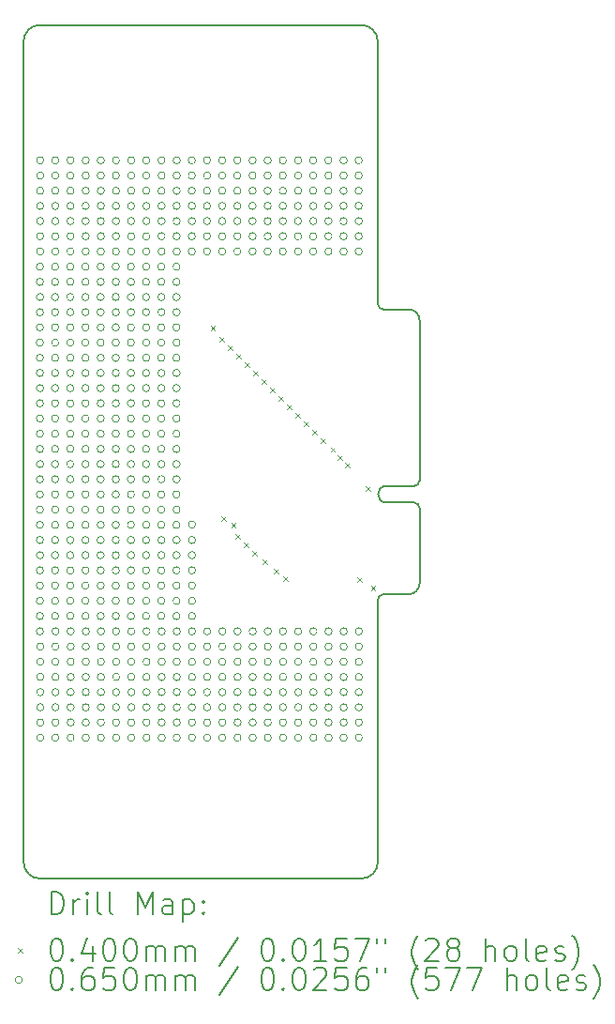
<source format=gbr>
%TF.GenerationSoftware,KiCad,Pcbnew,8.0.4*%
%TF.CreationDate,2025-03-13T20:47:52+01:00*%
%TF.ProjectId,uconsole-expansion-card-template_1.27,75636f6e-736f-46c6-952d-657870616e73,0.1*%
%TF.SameCoordinates,Original*%
%TF.FileFunction,Drillmap*%
%TF.FilePolarity,Positive*%
%FSLAX45Y45*%
G04 Gerber Fmt 4.5, Leading zero omitted, Abs format (unit mm)*
G04 Created by KiCad (PCBNEW 8.0.4) date 2025-03-13 20:47:52*
%MOMM*%
%LPD*%
G01*
G04 APERTURE LIST*
%ADD10C,0.200000*%
%ADD11C,0.100000*%
G04 APERTURE END LIST*
D10*
X11688500Y-8715000D02*
G75*
G02*
X11788500Y-8815000I0J-100000D01*
G01*
X8361500Y-6150000D02*
X11261500Y-6150000D01*
X8361500Y-13850000D02*
G75*
G02*
X8211500Y-13700000I0J150000D01*
G01*
X11788500Y-11185000D02*
G75*
G02*
X11688500Y-11285000I-100000J0D01*
G01*
X11688500Y-11285000D02*
X11461500Y-11285000D01*
X11411500Y-6300000D02*
X11411500Y-8665000D01*
X11411500Y-11335000D02*
X11411500Y-13700000D01*
X11788500Y-8815000D02*
X11788500Y-10258000D01*
X11261500Y-13850000D02*
X8361500Y-13850000D01*
X8211500Y-13700000D02*
X8211500Y-6300000D01*
X11788500Y-10258000D02*
G75*
G02*
X11738500Y-10308000I-50000J0D01*
G01*
X11488500Y-10458000D02*
G75*
G02*
X11488500Y-10308000I0J75000D01*
G01*
X11411500Y-11335000D02*
G75*
G02*
X11461500Y-11285000I50000J0D01*
G01*
X11488500Y-10308000D02*
X11738500Y-10308000D01*
X11738500Y-10458000D02*
G75*
G02*
X11788500Y-10508000I0J-50000D01*
G01*
X11411500Y-13700000D02*
G75*
G02*
X11261500Y-13850000I-150000J0D01*
G01*
X11788500Y-10508000D02*
X11788500Y-11185000D01*
X11461500Y-8715000D02*
G75*
G02*
X11411500Y-8665000I0J50000D01*
G01*
X11461500Y-8715000D02*
X11688500Y-8715000D01*
X11738500Y-10458000D02*
X11488500Y-10458000D01*
X11261500Y-6150000D02*
G75*
G02*
X11411500Y-6300000I0J-150000D01*
G01*
X8211500Y-6300000D02*
G75*
G02*
X8361500Y-6150000I150000J0D01*
G01*
D11*
X9901046Y-8865154D02*
X9941046Y-8905154D01*
X9941046Y-8865154D02*
X9901046Y-8905154D01*
X9980000Y-8964000D02*
X10020000Y-9004000D01*
X10020000Y-8964000D02*
X9980000Y-9004000D01*
X9998182Y-10584618D02*
X10038182Y-10624618D01*
X10038182Y-10584618D02*
X9998182Y-10624618D01*
X10056200Y-9040200D02*
X10096200Y-9080200D01*
X10096200Y-9040200D02*
X10056200Y-9080200D01*
X10087001Y-10641046D02*
X10127001Y-10681046D01*
X10127001Y-10641046D02*
X10087001Y-10681046D01*
X10122400Y-10742000D02*
X10162400Y-10782000D01*
X10162400Y-10742000D02*
X10122400Y-10782000D01*
X10132400Y-9116400D02*
X10172400Y-9156400D01*
X10172400Y-9116400D02*
X10132400Y-9156400D01*
X10198599Y-10818201D02*
X10238599Y-10858201D01*
X10238599Y-10818201D02*
X10198599Y-10858201D01*
X10208600Y-9192600D02*
X10248600Y-9232600D01*
X10248600Y-9192600D02*
X10208600Y-9232600D01*
X10274801Y-10894400D02*
X10314801Y-10934400D01*
X10314801Y-10894400D02*
X10274801Y-10934400D01*
X10284800Y-9268800D02*
X10324800Y-9308800D01*
X10324800Y-9268800D02*
X10284800Y-9308800D01*
X10361000Y-9345000D02*
X10401000Y-9385000D01*
X10401000Y-9345000D02*
X10361000Y-9385000D01*
X10373700Y-10970600D02*
X10413700Y-11010600D01*
X10413700Y-10970600D02*
X10373700Y-11010600D01*
X10437200Y-9421200D02*
X10477200Y-9461200D01*
X10477200Y-9421200D02*
X10437200Y-9461200D01*
X10475300Y-11059500D02*
X10515300Y-11099500D01*
X10515300Y-11059500D02*
X10475300Y-11099500D01*
X10513400Y-9497400D02*
X10553400Y-9537400D01*
X10553400Y-9497400D02*
X10513400Y-9537400D01*
X10554201Y-11122999D02*
X10594201Y-11162999D01*
X10594201Y-11122999D02*
X10554201Y-11162999D01*
X10589600Y-9573600D02*
X10629600Y-9613600D01*
X10629600Y-9573600D02*
X10589600Y-9613600D01*
X10665800Y-9649800D02*
X10705800Y-9689800D01*
X10705800Y-9649800D02*
X10665800Y-9689800D01*
X10742000Y-9726000D02*
X10782000Y-9766000D01*
X10782000Y-9726000D02*
X10742000Y-9766000D01*
X10818200Y-9802199D02*
X10858200Y-9842199D01*
X10858200Y-9802199D02*
X10818200Y-9842199D01*
X10897246Y-9880296D02*
X10937246Y-9920296D01*
X10937246Y-9880296D02*
X10897246Y-9920296D01*
X10984197Y-9960210D02*
X11024197Y-10000210D01*
X11024197Y-9960210D02*
X10984197Y-10000210D01*
X11050575Y-10031970D02*
X11090575Y-10071970D01*
X11090575Y-10031970D02*
X11050575Y-10071970D01*
X11117750Y-10099145D02*
X11157750Y-10139145D01*
X11157750Y-10099145D02*
X11117750Y-10139145D01*
X11224600Y-11135700D02*
X11264600Y-11175700D01*
X11264600Y-11135700D02*
X11224600Y-11175700D01*
X11300800Y-10310200D02*
X11340800Y-10350200D01*
X11340800Y-10310200D02*
X11300800Y-10350200D01*
X11348691Y-11208147D02*
X11388691Y-11248147D01*
X11388691Y-11208147D02*
X11348691Y-11248147D01*
X8392500Y-8330000D02*
G75*
G02*
X8327500Y-8330000I-32500J0D01*
G01*
X8327500Y-8330000D02*
G75*
G02*
X8392500Y-8330000I32500J0D01*
G01*
X8392500Y-8467000D02*
G75*
G02*
X8327500Y-8467000I-32500J0D01*
G01*
X8327500Y-8467000D02*
G75*
G02*
X8392500Y-8467000I32500J0D01*
G01*
X8392500Y-8604000D02*
G75*
G02*
X8327500Y-8604000I-32500J0D01*
G01*
X8327500Y-8604000D02*
G75*
G02*
X8392500Y-8604000I32500J0D01*
G01*
X8392500Y-8741000D02*
G75*
G02*
X8327500Y-8741000I-32500J0D01*
G01*
X8327500Y-8741000D02*
G75*
G02*
X8392500Y-8741000I32500J0D01*
G01*
X8392500Y-8878000D02*
G75*
G02*
X8327500Y-8878000I-32500J0D01*
G01*
X8327500Y-8878000D02*
G75*
G02*
X8392500Y-8878000I32500J0D01*
G01*
X8392500Y-9015000D02*
G75*
G02*
X8327500Y-9015000I-32500J0D01*
G01*
X8327500Y-9015000D02*
G75*
G02*
X8392500Y-9015000I32500J0D01*
G01*
X8392500Y-9152000D02*
G75*
G02*
X8327500Y-9152000I-32500J0D01*
G01*
X8327500Y-9152000D02*
G75*
G02*
X8392500Y-9152000I32500J0D01*
G01*
X8392500Y-9289000D02*
G75*
G02*
X8327500Y-9289000I-32500J0D01*
G01*
X8327500Y-9289000D02*
G75*
G02*
X8392500Y-9289000I32500J0D01*
G01*
X8392500Y-9426000D02*
G75*
G02*
X8327500Y-9426000I-32500J0D01*
G01*
X8327500Y-9426000D02*
G75*
G02*
X8392500Y-9426000I32500J0D01*
G01*
X8392500Y-9563000D02*
G75*
G02*
X8327500Y-9563000I-32500J0D01*
G01*
X8327500Y-9563000D02*
G75*
G02*
X8392500Y-9563000I32500J0D01*
G01*
X8392500Y-9700000D02*
G75*
G02*
X8327500Y-9700000I-32500J0D01*
G01*
X8327500Y-9700000D02*
G75*
G02*
X8392500Y-9700000I32500J0D01*
G01*
X8392500Y-9837000D02*
G75*
G02*
X8327500Y-9837000I-32500J0D01*
G01*
X8327500Y-9837000D02*
G75*
G02*
X8392500Y-9837000I32500J0D01*
G01*
X8392500Y-9974000D02*
G75*
G02*
X8327500Y-9974000I-32500J0D01*
G01*
X8327500Y-9974000D02*
G75*
G02*
X8392500Y-9974000I32500J0D01*
G01*
X8392500Y-10111000D02*
G75*
G02*
X8327500Y-10111000I-32500J0D01*
G01*
X8327500Y-10111000D02*
G75*
G02*
X8392500Y-10111000I32500J0D01*
G01*
X8392500Y-10248000D02*
G75*
G02*
X8327500Y-10248000I-32500J0D01*
G01*
X8327500Y-10248000D02*
G75*
G02*
X8392500Y-10248000I32500J0D01*
G01*
X8392500Y-10385000D02*
G75*
G02*
X8327500Y-10385000I-32500J0D01*
G01*
X8327500Y-10385000D02*
G75*
G02*
X8392500Y-10385000I32500J0D01*
G01*
X8392500Y-10522000D02*
G75*
G02*
X8327500Y-10522000I-32500J0D01*
G01*
X8327500Y-10522000D02*
G75*
G02*
X8392500Y-10522000I32500J0D01*
G01*
X8392500Y-10659000D02*
G75*
G02*
X8327500Y-10659000I-32500J0D01*
G01*
X8327500Y-10659000D02*
G75*
G02*
X8392500Y-10659000I32500J0D01*
G01*
X8392500Y-10796000D02*
G75*
G02*
X8327500Y-10796000I-32500J0D01*
G01*
X8327500Y-10796000D02*
G75*
G02*
X8392500Y-10796000I32500J0D01*
G01*
X8392500Y-10933000D02*
G75*
G02*
X8327500Y-10933000I-32500J0D01*
G01*
X8327500Y-10933000D02*
G75*
G02*
X8392500Y-10933000I32500J0D01*
G01*
X8392500Y-11070000D02*
G75*
G02*
X8327500Y-11070000I-32500J0D01*
G01*
X8327500Y-11070000D02*
G75*
G02*
X8392500Y-11070000I32500J0D01*
G01*
X8392500Y-11207000D02*
G75*
G02*
X8327500Y-11207000I-32500J0D01*
G01*
X8327500Y-11207000D02*
G75*
G02*
X8392500Y-11207000I32500J0D01*
G01*
X8392500Y-11344000D02*
G75*
G02*
X8327500Y-11344000I-32500J0D01*
G01*
X8327500Y-11344000D02*
G75*
G02*
X8392500Y-11344000I32500J0D01*
G01*
X8392500Y-11481000D02*
G75*
G02*
X8327500Y-11481000I-32500J0D01*
G01*
X8327500Y-11481000D02*
G75*
G02*
X8392500Y-11481000I32500J0D01*
G01*
X8392500Y-11620000D02*
G75*
G02*
X8327500Y-11620000I-32500J0D01*
G01*
X8327500Y-11620000D02*
G75*
G02*
X8392500Y-11620000I32500J0D01*
G01*
X8394200Y-7371100D02*
G75*
G02*
X8329200Y-7371100I-32500J0D01*
G01*
X8329200Y-7371100D02*
G75*
G02*
X8394200Y-7371100I32500J0D01*
G01*
X8394200Y-7508100D02*
G75*
G02*
X8329200Y-7508100I-32500J0D01*
G01*
X8329200Y-7508100D02*
G75*
G02*
X8394200Y-7508100I32500J0D01*
G01*
X8394200Y-7645100D02*
G75*
G02*
X8329200Y-7645100I-32500J0D01*
G01*
X8329200Y-7645100D02*
G75*
G02*
X8394200Y-7645100I32500J0D01*
G01*
X8394200Y-7782100D02*
G75*
G02*
X8329200Y-7782100I-32500J0D01*
G01*
X8329200Y-7782100D02*
G75*
G02*
X8394200Y-7782100I32500J0D01*
G01*
X8394200Y-7919100D02*
G75*
G02*
X8329200Y-7919100I-32500J0D01*
G01*
X8329200Y-7919100D02*
G75*
G02*
X8394200Y-7919100I32500J0D01*
G01*
X8394200Y-8056100D02*
G75*
G02*
X8329200Y-8056100I-32500J0D01*
G01*
X8329200Y-8056100D02*
G75*
G02*
X8394200Y-8056100I32500J0D01*
G01*
X8394200Y-8193100D02*
G75*
G02*
X8329200Y-8193100I-32500J0D01*
G01*
X8329200Y-8193100D02*
G75*
G02*
X8394200Y-8193100I32500J0D01*
G01*
X8395500Y-11757000D02*
G75*
G02*
X8330500Y-11757000I-32500J0D01*
G01*
X8330500Y-11757000D02*
G75*
G02*
X8395500Y-11757000I32500J0D01*
G01*
X8395500Y-11894000D02*
G75*
G02*
X8330500Y-11894000I-32500J0D01*
G01*
X8330500Y-11894000D02*
G75*
G02*
X8395500Y-11894000I32500J0D01*
G01*
X8395500Y-12031000D02*
G75*
G02*
X8330500Y-12031000I-32500J0D01*
G01*
X8330500Y-12031000D02*
G75*
G02*
X8395500Y-12031000I32500J0D01*
G01*
X8395500Y-12168000D02*
G75*
G02*
X8330500Y-12168000I-32500J0D01*
G01*
X8330500Y-12168000D02*
G75*
G02*
X8395500Y-12168000I32500J0D01*
G01*
X8395500Y-12305000D02*
G75*
G02*
X8330500Y-12305000I-32500J0D01*
G01*
X8330500Y-12305000D02*
G75*
G02*
X8395500Y-12305000I32500J0D01*
G01*
X8395500Y-12442000D02*
G75*
G02*
X8330500Y-12442000I-32500J0D01*
G01*
X8330500Y-12442000D02*
G75*
G02*
X8395500Y-12442000I32500J0D01*
G01*
X8395500Y-12579000D02*
G75*
G02*
X8330500Y-12579000I-32500J0D01*
G01*
X8330500Y-12579000D02*
G75*
G02*
X8395500Y-12579000I32500J0D01*
G01*
X8529500Y-8330000D02*
G75*
G02*
X8464500Y-8330000I-32500J0D01*
G01*
X8464500Y-8330000D02*
G75*
G02*
X8529500Y-8330000I32500J0D01*
G01*
X8529500Y-8467000D02*
G75*
G02*
X8464500Y-8467000I-32500J0D01*
G01*
X8464500Y-8467000D02*
G75*
G02*
X8529500Y-8467000I32500J0D01*
G01*
X8529500Y-8604000D02*
G75*
G02*
X8464500Y-8604000I-32500J0D01*
G01*
X8464500Y-8604000D02*
G75*
G02*
X8529500Y-8604000I32500J0D01*
G01*
X8529500Y-8741000D02*
G75*
G02*
X8464500Y-8741000I-32500J0D01*
G01*
X8464500Y-8741000D02*
G75*
G02*
X8529500Y-8741000I32500J0D01*
G01*
X8529500Y-8878000D02*
G75*
G02*
X8464500Y-8878000I-32500J0D01*
G01*
X8464500Y-8878000D02*
G75*
G02*
X8529500Y-8878000I32500J0D01*
G01*
X8529500Y-9015000D02*
G75*
G02*
X8464500Y-9015000I-32500J0D01*
G01*
X8464500Y-9015000D02*
G75*
G02*
X8529500Y-9015000I32500J0D01*
G01*
X8529500Y-9152000D02*
G75*
G02*
X8464500Y-9152000I-32500J0D01*
G01*
X8464500Y-9152000D02*
G75*
G02*
X8529500Y-9152000I32500J0D01*
G01*
X8529500Y-9289000D02*
G75*
G02*
X8464500Y-9289000I-32500J0D01*
G01*
X8464500Y-9289000D02*
G75*
G02*
X8529500Y-9289000I32500J0D01*
G01*
X8529500Y-9426000D02*
G75*
G02*
X8464500Y-9426000I-32500J0D01*
G01*
X8464500Y-9426000D02*
G75*
G02*
X8529500Y-9426000I32500J0D01*
G01*
X8529500Y-9563000D02*
G75*
G02*
X8464500Y-9563000I-32500J0D01*
G01*
X8464500Y-9563000D02*
G75*
G02*
X8529500Y-9563000I32500J0D01*
G01*
X8529500Y-9700000D02*
G75*
G02*
X8464500Y-9700000I-32500J0D01*
G01*
X8464500Y-9700000D02*
G75*
G02*
X8529500Y-9700000I32500J0D01*
G01*
X8529500Y-9837000D02*
G75*
G02*
X8464500Y-9837000I-32500J0D01*
G01*
X8464500Y-9837000D02*
G75*
G02*
X8529500Y-9837000I32500J0D01*
G01*
X8529500Y-9974000D02*
G75*
G02*
X8464500Y-9974000I-32500J0D01*
G01*
X8464500Y-9974000D02*
G75*
G02*
X8529500Y-9974000I32500J0D01*
G01*
X8529500Y-10111000D02*
G75*
G02*
X8464500Y-10111000I-32500J0D01*
G01*
X8464500Y-10111000D02*
G75*
G02*
X8529500Y-10111000I32500J0D01*
G01*
X8529500Y-10248000D02*
G75*
G02*
X8464500Y-10248000I-32500J0D01*
G01*
X8464500Y-10248000D02*
G75*
G02*
X8529500Y-10248000I32500J0D01*
G01*
X8529500Y-10385000D02*
G75*
G02*
X8464500Y-10385000I-32500J0D01*
G01*
X8464500Y-10385000D02*
G75*
G02*
X8529500Y-10385000I32500J0D01*
G01*
X8529500Y-10522000D02*
G75*
G02*
X8464500Y-10522000I-32500J0D01*
G01*
X8464500Y-10522000D02*
G75*
G02*
X8529500Y-10522000I32500J0D01*
G01*
X8529500Y-10659000D02*
G75*
G02*
X8464500Y-10659000I-32500J0D01*
G01*
X8464500Y-10659000D02*
G75*
G02*
X8529500Y-10659000I32500J0D01*
G01*
X8529500Y-10796000D02*
G75*
G02*
X8464500Y-10796000I-32500J0D01*
G01*
X8464500Y-10796000D02*
G75*
G02*
X8529500Y-10796000I32500J0D01*
G01*
X8529500Y-10933000D02*
G75*
G02*
X8464500Y-10933000I-32500J0D01*
G01*
X8464500Y-10933000D02*
G75*
G02*
X8529500Y-10933000I32500J0D01*
G01*
X8529500Y-11070000D02*
G75*
G02*
X8464500Y-11070000I-32500J0D01*
G01*
X8464500Y-11070000D02*
G75*
G02*
X8529500Y-11070000I32500J0D01*
G01*
X8529500Y-11207000D02*
G75*
G02*
X8464500Y-11207000I-32500J0D01*
G01*
X8464500Y-11207000D02*
G75*
G02*
X8529500Y-11207000I32500J0D01*
G01*
X8529500Y-11344000D02*
G75*
G02*
X8464500Y-11344000I-32500J0D01*
G01*
X8464500Y-11344000D02*
G75*
G02*
X8529500Y-11344000I32500J0D01*
G01*
X8529500Y-11481000D02*
G75*
G02*
X8464500Y-11481000I-32500J0D01*
G01*
X8464500Y-11481000D02*
G75*
G02*
X8529500Y-11481000I32500J0D01*
G01*
X8531200Y-7371100D02*
G75*
G02*
X8466200Y-7371100I-32500J0D01*
G01*
X8466200Y-7371100D02*
G75*
G02*
X8531200Y-7371100I32500J0D01*
G01*
X8531200Y-7508100D02*
G75*
G02*
X8466200Y-7508100I-32500J0D01*
G01*
X8466200Y-7508100D02*
G75*
G02*
X8531200Y-7508100I32500J0D01*
G01*
X8531200Y-7645100D02*
G75*
G02*
X8466200Y-7645100I-32500J0D01*
G01*
X8466200Y-7645100D02*
G75*
G02*
X8531200Y-7645100I32500J0D01*
G01*
X8531200Y-7782100D02*
G75*
G02*
X8466200Y-7782100I-32500J0D01*
G01*
X8466200Y-7782100D02*
G75*
G02*
X8531200Y-7782100I32500J0D01*
G01*
X8531200Y-7919100D02*
G75*
G02*
X8466200Y-7919100I-32500J0D01*
G01*
X8466200Y-7919100D02*
G75*
G02*
X8531200Y-7919100I32500J0D01*
G01*
X8531200Y-8056100D02*
G75*
G02*
X8466200Y-8056100I-32500J0D01*
G01*
X8466200Y-8056100D02*
G75*
G02*
X8531200Y-8056100I32500J0D01*
G01*
X8531200Y-8193100D02*
G75*
G02*
X8466200Y-8193100I-32500J0D01*
G01*
X8466200Y-8193100D02*
G75*
G02*
X8531200Y-8193100I32500J0D01*
G01*
X8532500Y-11620000D02*
G75*
G02*
X8467500Y-11620000I-32500J0D01*
G01*
X8467500Y-11620000D02*
G75*
G02*
X8532500Y-11620000I32500J0D01*
G01*
X8532500Y-11757000D02*
G75*
G02*
X8467500Y-11757000I-32500J0D01*
G01*
X8467500Y-11757000D02*
G75*
G02*
X8532500Y-11757000I32500J0D01*
G01*
X8532500Y-11894000D02*
G75*
G02*
X8467500Y-11894000I-32500J0D01*
G01*
X8467500Y-11894000D02*
G75*
G02*
X8532500Y-11894000I32500J0D01*
G01*
X8532500Y-12031000D02*
G75*
G02*
X8467500Y-12031000I-32500J0D01*
G01*
X8467500Y-12031000D02*
G75*
G02*
X8532500Y-12031000I32500J0D01*
G01*
X8532500Y-12168000D02*
G75*
G02*
X8467500Y-12168000I-32500J0D01*
G01*
X8467500Y-12168000D02*
G75*
G02*
X8532500Y-12168000I32500J0D01*
G01*
X8532500Y-12305000D02*
G75*
G02*
X8467500Y-12305000I-32500J0D01*
G01*
X8467500Y-12305000D02*
G75*
G02*
X8532500Y-12305000I32500J0D01*
G01*
X8532500Y-12442000D02*
G75*
G02*
X8467500Y-12442000I-32500J0D01*
G01*
X8467500Y-12442000D02*
G75*
G02*
X8532500Y-12442000I32500J0D01*
G01*
X8532500Y-12579000D02*
G75*
G02*
X8467500Y-12579000I-32500J0D01*
G01*
X8467500Y-12579000D02*
G75*
G02*
X8532500Y-12579000I32500J0D01*
G01*
X8666500Y-8330000D02*
G75*
G02*
X8601500Y-8330000I-32500J0D01*
G01*
X8601500Y-8330000D02*
G75*
G02*
X8666500Y-8330000I32500J0D01*
G01*
X8666500Y-8467000D02*
G75*
G02*
X8601500Y-8467000I-32500J0D01*
G01*
X8601500Y-8467000D02*
G75*
G02*
X8666500Y-8467000I32500J0D01*
G01*
X8666500Y-8604000D02*
G75*
G02*
X8601500Y-8604000I-32500J0D01*
G01*
X8601500Y-8604000D02*
G75*
G02*
X8666500Y-8604000I32500J0D01*
G01*
X8666500Y-8741000D02*
G75*
G02*
X8601500Y-8741000I-32500J0D01*
G01*
X8601500Y-8741000D02*
G75*
G02*
X8666500Y-8741000I32500J0D01*
G01*
X8666500Y-8878000D02*
G75*
G02*
X8601500Y-8878000I-32500J0D01*
G01*
X8601500Y-8878000D02*
G75*
G02*
X8666500Y-8878000I32500J0D01*
G01*
X8666500Y-9015000D02*
G75*
G02*
X8601500Y-9015000I-32500J0D01*
G01*
X8601500Y-9015000D02*
G75*
G02*
X8666500Y-9015000I32500J0D01*
G01*
X8666500Y-9152000D02*
G75*
G02*
X8601500Y-9152000I-32500J0D01*
G01*
X8601500Y-9152000D02*
G75*
G02*
X8666500Y-9152000I32500J0D01*
G01*
X8666500Y-9289000D02*
G75*
G02*
X8601500Y-9289000I-32500J0D01*
G01*
X8601500Y-9289000D02*
G75*
G02*
X8666500Y-9289000I32500J0D01*
G01*
X8666500Y-9426000D02*
G75*
G02*
X8601500Y-9426000I-32500J0D01*
G01*
X8601500Y-9426000D02*
G75*
G02*
X8666500Y-9426000I32500J0D01*
G01*
X8666500Y-9563000D02*
G75*
G02*
X8601500Y-9563000I-32500J0D01*
G01*
X8601500Y-9563000D02*
G75*
G02*
X8666500Y-9563000I32500J0D01*
G01*
X8666500Y-9700000D02*
G75*
G02*
X8601500Y-9700000I-32500J0D01*
G01*
X8601500Y-9700000D02*
G75*
G02*
X8666500Y-9700000I32500J0D01*
G01*
X8666500Y-9837000D02*
G75*
G02*
X8601500Y-9837000I-32500J0D01*
G01*
X8601500Y-9837000D02*
G75*
G02*
X8666500Y-9837000I32500J0D01*
G01*
X8666500Y-9974000D02*
G75*
G02*
X8601500Y-9974000I-32500J0D01*
G01*
X8601500Y-9974000D02*
G75*
G02*
X8666500Y-9974000I32500J0D01*
G01*
X8666500Y-10111000D02*
G75*
G02*
X8601500Y-10111000I-32500J0D01*
G01*
X8601500Y-10111000D02*
G75*
G02*
X8666500Y-10111000I32500J0D01*
G01*
X8666500Y-10248000D02*
G75*
G02*
X8601500Y-10248000I-32500J0D01*
G01*
X8601500Y-10248000D02*
G75*
G02*
X8666500Y-10248000I32500J0D01*
G01*
X8666500Y-10385000D02*
G75*
G02*
X8601500Y-10385000I-32500J0D01*
G01*
X8601500Y-10385000D02*
G75*
G02*
X8666500Y-10385000I32500J0D01*
G01*
X8666500Y-10522000D02*
G75*
G02*
X8601500Y-10522000I-32500J0D01*
G01*
X8601500Y-10522000D02*
G75*
G02*
X8666500Y-10522000I32500J0D01*
G01*
X8666500Y-10659000D02*
G75*
G02*
X8601500Y-10659000I-32500J0D01*
G01*
X8601500Y-10659000D02*
G75*
G02*
X8666500Y-10659000I32500J0D01*
G01*
X8666500Y-10796000D02*
G75*
G02*
X8601500Y-10796000I-32500J0D01*
G01*
X8601500Y-10796000D02*
G75*
G02*
X8666500Y-10796000I32500J0D01*
G01*
X8666500Y-10933000D02*
G75*
G02*
X8601500Y-10933000I-32500J0D01*
G01*
X8601500Y-10933000D02*
G75*
G02*
X8666500Y-10933000I32500J0D01*
G01*
X8666500Y-11070000D02*
G75*
G02*
X8601500Y-11070000I-32500J0D01*
G01*
X8601500Y-11070000D02*
G75*
G02*
X8666500Y-11070000I32500J0D01*
G01*
X8666500Y-11207000D02*
G75*
G02*
X8601500Y-11207000I-32500J0D01*
G01*
X8601500Y-11207000D02*
G75*
G02*
X8666500Y-11207000I32500J0D01*
G01*
X8666500Y-11344000D02*
G75*
G02*
X8601500Y-11344000I-32500J0D01*
G01*
X8601500Y-11344000D02*
G75*
G02*
X8666500Y-11344000I32500J0D01*
G01*
X8666500Y-11481000D02*
G75*
G02*
X8601500Y-11481000I-32500J0D01*
G01*
X8601500Y-11481000D02*
G75*
G02*
X8666500Y-11481000I32500J0D01*
G01*
X8668200Y-7371100D02*
G75*
G02*
X8603200Y-7371100I-32500J0D01*
G01*
X8603200Y-7371100D02*
G75*
G02*
X8668200Y-7371100I32500J0D01*
G01*
X8668200Y-7508100D02*
G75*
G02*
X8603200Y-7508100I-32500J0D01*
G01*
X8603200Y-7508100D02*
G75*
G02*
X8668200Y-7508100I32500J0D01*
G01*
X8668200Y-7645100D02*
G75*
G02*
X8603200Y-7645100I-32500J0D01*
G01*
X8603200Y-7645100D02*
G75*
G02*
X8668200Y-7645100I32500J0D01*
G01*
X8668200Y-7782100D02*
G75*
G02*
X8603200Y-7782100I-32500J0D01*
G01*
X8603200Y-7782100D02*
G75*
G02*
X8668200Y-7782100I32500J0D01*
G01*
X8668200Y-7919100D02*
G75*
G02*
X8603200Y-7919100I-32500J0D01*
G01*
X8603200Y-7919100D02*
G75*
G02*
X8668200Y-7919100I32500J0D01*
G01*
X8668200Y-8056100D02*
G75*
G02*
X8603200Y-8056100I-32500J0D01*
G01*
X8603200Y-8056100D02*
G75*
G02*
X8668200Y-8056100I32500J0D01*
G01*
X8668200Y-8193100D02*
G75*
G02*
X8603200Y-8193100I-32500J0D01*
G01*
X8603200Y-8193100D02*
G75*
G02*
X8668200Y-8193100I32500J0D01*
G01*
X8669500Y-11620000D02*
G75*
G02*
X8604500Y-11620000I-32500J0D01*
G01*
X8604500Y-11620000D02*
G75*
G02*
X8669500Y-11620000I32500J0D01*
G01*
X8669500Y-11757000D02*
G75*
G02*
X8604500Y-11757000I-32500J0D01*
G01*
X8604500Y-11757000D02*
G75*
G02*
X8669500Y-11757000I32500J0D01*
G01*
X8669500Y-11894000D02*
G75*
G02*
X8604500Y-11894000I-32500J0D01*
G01*
X8604500Y-11894000D02*
G75*
G02*
X8669500Y-11894000I32500J0D01*
G01*
X8669500Y-12031000D02*
G75*
G02*
X8604500Y-12031000I-32500J0D01*
G01*
X8604500Y-12031000D02*
G75*
G02*
X8669500Y-12031000I32500J0D01*
G01*
X8669500Y-12168000D02*
G75*
G02*
X8604500Y-12168000I-32500J0D01*
G01*
X8604500Y-12168000D02*
G75*
G02*
X8669500Y-12168000I32500J0D01*
G01*
X8669500Y-12305000D02*
G75*
G02*
X8604500Y-12305000I-32500J0D01*
G01*
X8604500Y-12305000D02*
G75*
G02*
X8669500Y-12305000I32500J0D01*
G01*
X8669500Y-12442000D02*
G75*
G02*
X8604500Y-12442000I-32500J0D01*
G01*
X8604500Y-12442000D02*
G75*
G02*
X8669500Y-12442000I32500J0D01*
G01*
X8669500Y-12579000D02*
G75*
G02*
X8604500Y-12579000I-32500J0D01*
G01*
X8604500Y-12579000D02*
G75*
G02*
X8669500Y-12579000I32500J0D01*
G01*
X8803500Y-8330000D02*
G75*
G02*
X8738500Y-8330000I-32500J0D01*
G01*
X8738500Y-8330000D02*
G75*
G02*
X8803500Y-8330000I32500J0D01*
G01*
X8803500Y-8467000D02*
G75*
G02*
X8738500Y-8467000I-32500J0D01*
G01*
X8738500Y-8467000D02*
G75*
G02*
X8803500Y-8467000I32500J0D01*
G01*
X8803500Y-8604000D02*
G75*
G02*
X8738500Y-8604000I-32500J0D01*
G01*
X8738500Y-8604000D02*
G75*
G02*
X8803500Y-8604000I32500J0D01*
G01*
X8803500Y-8741000D02*
G75*
G02*
X8738500Y-8741000I-32500J0D01*
G01*
X8738500Y-8741000D02*
G75*
G02*
X8803500Y-8741000I32500J0D01*
G01*
X8803500Y-8878000D02*
G75*
G02*
X8738500Y-8878000I-32500J0D01*
G01*
X8738500Y-8878000D02*
G75*
G02*
X8803500Y-8878000I32500J0D01*
G01*
X8803500Y-9015000D02*
G75*
G02*
X8738500Y-9015000I-32500J0D01*
G01*
X8738500Y-9015000D02*
G75*
G02*
X8803500Y-9015000I32500J0D01*
G01*
X8803500Y-9152000D02*
G75*
G02*
X8738500Y-9152000I-32500J0D01*
G01*
X8738500Y-9152000D02*
G75*
G02*
X8803500Y-9152000I32500J0D01*
G01*
X8803500Y-9289000D02*
G75*
G02*
X8738500Y-9289000I-32500J0D01*
G01*
X8738500Y-9289000D02*
G75*
G02*
X8803500Y-9289000I32500J0D01*
G01*
X8803500Y-9426000D02*
G75*
G02*
X8738500Y-9426000I-32500J0D01*
G01*
X8738500Y-9426000D02*
G75*
G02*
X8803500Y-9426000I32500J0D01*
G01*
X8803500Y-9563000D02*
G75*
G02*
X8738500Y-9563000I-32500J0D01*
G01*
X8738500Y-9563000D02*
G75*
G02*
X8803500Y-9563000I32500J0D01*
G01*
X8803500Y-9700000D02*
G75*
G02*
X8738500Y-9700000I-32500J0D01*
G01*
X8738500Y-9700000D02*
G75*
G02*
X8803500Y-9700000I32500J0D01*
G01*
X8803500Y-9837000D02*
G75*
G02*
X8738500Y-9837000I-32500J0D01*
G01*
X8738500Y-9837000D02*
G75*
G02*
X8803500Y-9837000I32500J0D01*
G01*
X8803500Y-9974000D02*
G75*
G02*
X8738500Y-9974000I-32500J0D01*
G01*
X8738500Y-9974000D02*
G75*
G02*
X8803500Y-9974000I32500J0D01*
G01*
X8803500Y-10111000D02*
G75*
G02*
X8738500Y-10111000I-32500J0D01*
G01*
X8738500Y-10111000D02*
G75*
G02*
X8803500Y-10111000I32500J0D01*
G01*
X8803500Y-10248000D02*
G75*
G02*
X8738500Y-10248000I-32500J0D01*
G01*
X8738500Y-10248000D02*
G75*
G02*
X8803500Y-10248000I32500J0D01*
G01*
X8803500Y-10385000D02*
G75*
G02*
X8738500Y-10385000I-32500J0D01*
G01*
X8738500Y-10385000D02*
G75*
G02*
X8803500Y-10385000I32500J0D01*
G01*
X8803500Y-10522000D02*
G75*
G02*
X8738500Y-10522000I-32500J0D01*
G01*
X8738500Y-10522000D02*
G75*
G02*
X8803500Y-10522000I32500J0D01*
G01*
X8803500Y-10659000D02*
G75*
G02*
X8738500Y-10659000I-32500J0D01*
G01*
X8738500Y-10659000D02*
G75*
G02*
X8803500Y-10659000I32500J0D01*
G01*
X8803500Y-10796000D02*
G75*
G02*
X8738500Y-10796000I-32500J0D01*
G01*
X8738500Y-10796000D02*
G75*
G02*
X8803500Y-10796000I32500J0D01*
G01*
X8803500Y-10933000D02*
G75*
G02*
X8738500Y-10933000I-32500J0D01*
G01*
X8738500Y-10933000D02*
G75*
G02*
X8803500Y-10933000I32500J0D01*
G01*
X8803500Y-11070000D02*
G75*
G02*
X8738500Y-11070000I-32500J0D01*
G01*
X8738500Y-11070000D02*
G75*
G02*
X8803500Y-11070000I32500J0D01*
G01*
X8803500Y-11207000D02*
G75*
G02*
X8738500Y-11207000I-32500J0D01*
G01*
X8738500Y-11207000D02*
G75*
G02*
X8803500Y-11207000I32500J0D01*
G01*
X8803500Y-11344000D02*
G75*
G02*
X8738500Y-11344000I-32500J0D01*
G01*
X8738500Y-11344000D02*
G75*
G02*
X8803500Y-11344000I32500J0D01*
G01*
X8803500Y-11481000D02*
G75*
G02*
X8738500Y-11481000I-32500J0D01*
G01*
X8738500Y-11481000D02*
G75*
G02*
X8803500Y-11481000I32500J0D01*
G01*
X8805200Y-7371100D02*
G75*
G02*
X8740200Y-7371100I-32500J0D01*
G01*
X8740200Y-7371100D02*
G75*
G02*
X8805200Y-7371100I32500J0D01*
G01*
X8805200Y-7508100D02*
G75*
G02*
X8740200Y-7508100I-32500J0D01*
G01*
X8740200Y-7508100D02*
G75*
G02*
X8805200Y-7508100I32500J0D01*
G01*
X8805200Y-7645100D02*
G75*
G02*
X8740200Y-7645100I-32500J0D01*
G01*
X8740200Y-7645100D02*
G75*
G02*
X8805200Y-7645100I32500J0D01*
G01*
X8805200Y-7782100D02*
G75*
G02*
X8740200Y-7782100I-32500J0D01*
G01*
X8740200Y-7782100D02*
G75*
G02*
X8805200Y-7782100I32500J0D01*
G01*
X8805200Y-7919100D02*
G75*
G02*
X8740200Y-7919100I-32500J0D01*
G01*
X8740200Y-7919100D02*
G75*
G02*
X8805200Y-7919100I32500J0D01*
G01*
X8805200Y-8056100D02*
G75*
G02*
X8740200Y-8056100I-32500J0D01*
G01*
X8740200Y-8056100D02*
G75*
G02*
X8805200Y-8056100I32500J0D01*
G01*
X8805200Y-8193100D02*
G75*
G02*
X8740200Y-8193100I-32500J0D01*
G01*
X8740200Y-8193100D02*
G75*
G02*
X8805200Y-8193100I32500J0D01*
G01*
X8806500Y-11620000D02*
G75*
G02*
X8741500Y-11620000I-32500J0D01*
G01*
X8741500Y-11620000D02*
G75*
G02*
X8806500Y-11620000I32500J0D01*
G01*
X8806500Y-11757000D02*
G75*
G02*
X8741500Y-11757000I-32500J0D01*
G01*
X8741500Y-11757000D02*
G75*
G02*
X8806500Y-11757000I32500J0D01*
G01*
X8806500Y-11894000D02*
G75*
G02*
X8741500Y-11894000I-32500J0D01*
G01*
X8741500Y-11894000D02*
G75*
G02*
X8806500Y-11894000I32500J0D01*
G01*
X8806500Y-12031000D02*
G75*
G02*
X8741500Y-12031000I-32500J0D01*
G01*
X8741500Y-12031000D02*
G75*
G02*
X8806500Y-12031000I32500J0D01*
G01*
X8806500Y-12168000D02*
G75*
G02*
X8741500Y-12168000I-32500J0D01*
G01*
X8741500Y-12168000D02*
G75*
G02*
X8806500Y-12168000I32500J0D01*
G01*
X8806500Y-12305000D02*
G75*
G02*
X8741500Y-12305000I-32500J0D01*
G01*
X8741500Y-12305000D02*
G75*
G02*
X8806500Y-12305000I32500J0D01*
G01*
X8806500Y-12442000D02*
G75*
G02*
X8741500Y-12442000I-32500J0D01*
G01*
X8741500Y-12442000D02*
G75*
G02*
X8806500Y-12442000I32500J0D01*
G01*
X8806500Y-12579000D02*
G75*
G02*
X8741500Y-12579000I-32500J0D01*
G01*
X8741500Y-12579000D02*
G75*
G02*
X8806500Y-12579000I32500J0D01*
G01*
X8940500Y-8330000D02*
G75*
G02*
X8875500Y-8330000I-32500J0D01*
G01*
X8875500Y-8330000D02*
G75*
G02*
X8940500Y-8330000I32500J0D01*
G01*
X8940500Y-8467000D02*
G75*
G02*
X8875500Y-8467000I-32500J0D01*
G01*
X8875500Y-8467000D02*
G75*
G02*
X8940500Y-8467000I32500J0D01*
G01*
X8940500Y-8604000D02*
G75*
G02*
X8875500Y-8604000I-32500J0D01*
G01*
X8875500Y-8604000D02*
G75*
G02*
X8940500Y-8604000I32500J0D01*
G01*
X8940500Y-8741000D02*
G75*
G02*
X8875500Y-8741000I-32500J0D01*
G01*
X8875500Y-8741000D02*
G75*
G02*
X8940500Y-8741000I32500J0D01*
G01*
X8940500Y-8878000D02*
G75*
G02*
X8875500Y-8878000I-32500J0D01*
G01*
X8875500Y-8878000D02*
G75*
G02*
X8940500Y-8878000I32500J0D01*
G01*
X8940500Y-9015000D02*
G75*
G02*
X8875500Y-9015000I-32500J0D01*
G01*
X8875500Y-9015000D02*
G75*
G02*
X8940500Y-9015000I32500J0D01*
G01*
X8940500Y-9152000D02*
G75*
G02*
X8875500Y-9152000I-32500J0D01*
G01*
X8875500Y-9152000D02*
G75*
G02*
X8940500Y-9152000I32500J0D01*
G01*
X8940500Y-9289000D02*
G75*
G02*
X8875500Y-9289000I-32500J0D01*
G01*
X8875500Y-9289000D02*
G75*
G02*
X8940500Y-9289000I32500J0D01*
G01*
X8940500Y-9426000D02*
G75*
G02*
X8875500Y-9426000I-32500J0D01*
G01*
X8875500Y-9426000D02*
G75*
G02*
X8940500Y-9426000I32500J0D01*
G01*
X8940500Y-9563000D02*
G75*
G02*
X8875500Y-9563000I-32500J0D01*
G01*
X8875500Y-9563000D02*
G75*
G02*
X8940500Y-9563000I32500J0D01*
G01*
X8940500Y-9700000D02*
G75*
G02*
X8875500Y-9700000I-32500J0D01*
G01*
X8875500Y-9700000D02*
G75*
G02*
X8940500Y-9700000I32500J0D01*
G01*
X8940500Y-9837000D02*
G75*
G02*
X8875500Y-9837000I-32500J0D01*
G01*
X8875500Y-9837000D02*
G75*
G02*
X8940500Y-9837000I32500J0D01*
G01*
X8940500Y-9974000D02*
G75*
G02*
X8875500Y-9974000I-32500J0D01*
G01*
X8875500Y-9974000D02*
G75*
G02*
X8940500Y-9974000I32500J0D01*
G01*
X8940500Y-10111000D02*
G75*
G02*
X8875500Y-10111000I-32500J0D01*
G01*
X8875500Y-10111000D02*
G75*
G02*
X8940500Y-10111000I32500J0D01*
G01*
X8940500Y-10248000D02*
G75*
G02*
X8875500Y-10248000I-32500J0D01*
G01*
X8875500Y-10248000D02*
G75*
G02*
X8940500Y-10248000I32500J0D01*
G01*
X8940500Y-10385000D02*
G75*
G02*
X8875500Y-10385000I-32500J0D01*
G01*
X8875500Y-10385000D02*
G75*
G02*
X8940500Y-10385000I32500J0D01*
G01*
X8940500Y-10522000D02*
G75*
G02*
X8875500Y-10522000I-32500J0D01*
G01*
X8875500Y-10522000D02*
G75*
G02*
X8940500Y-10522000I32500J0D01*
G01*
X8940500Y-10659000D02*
G75*
G02*
X8875500Y-10659000I-32500J0D01*
G01*
X8875500Y-10659000D02*
G75*
G02*
X8940500Y-10659000I32500J0D01*
G01*
X8940500Y-10796000D02*
G75*
G02*
X8875500Y-10796000I-32500J0D01*
G01*
X8875500Y-10796000D02*
G75*
G02*
X8940500Y-10796000I32500J0D01*
G01*
X8940500Y-10933000D02*
G75*
G02*
X8875500Y-10933000I-32500J0D01*
G01*
X8875500Y-10933000D02*
G75*
G02*
X8940500Y-10933000I32500J0D01*
G01*
X8940500Y-11070000D02*
G75*
G02*
X8875500Y-11070000I-32500J0D01*
G01*
X8875500Y-11070000D02*
G75*
G02*
X8940500Y-11070000I32500J0D01*
G01*
X8940500Y-11207000D02*
G75*
G02*
X8875500Y-11207000I-32500J0D01*
G01*
X8875500Y-11207000D02*
G75*
G02*
X8940500Y-11207000I32500J0D01*
G01*
X8940500Y-11344000D02*
G75*
G02*
X8875500Y-11344000I-32500J0D01*
G01*
X8875500Y-11344000D02*
G75*
G02*
X8940500Y-11344000I32500J0D01*
G01*
X8940500Y-11481000D02*
G75*
G02*
X8875500Y-11481000I-32500J0D01*
G01*
X8875500Y-11481000D02*
G75*
G02*
X8940500Y-11481000I32500J0D01*
G01*
X8942200Y-7371100D02*
G75*
G02*
X8877200Y-7371100I-32500J0D01*
G01*
X8877200Y-7371100D02*
G75*
G02*
X8942200Y-7371100I32500J0D01*
G01*
X8942200Y-7508100D02*
G75*
G02*
X8877200Y-7508100I-32500J0D01*
G01*
X8877200Y-7508100D02*
G75*
G02*
X8942200Y-7508100I32500J0D01*
G01*
X8942200Y-7645100D02*
G75*
G02*
X8877200Y-7645100I-32500J0D01*
G01*
X8877200Y-7645100D02*
G75*
G02*
X8942200Y-7645100I32500J0D01*
G01*
X8942200Y-7782100D02*
G75*
G02*
X8877200Y-7782100I-32500J0D01*
G01*
X8877200Y-7782100D02*
G75*
G02*
X8942200Y-7782100I32500J0D01*
G01*
X8942200Y-7919100D02*
G75*
G02*
X8877200Y-7919100I-32500J0D01*
G01*
X8877200Y-7919100D02*
G75*
G02*
X8942200Y-7919100I32500J0D01*
G01*
X8942200Y-8056100D02*
G75*
G02*
X8877200Y-8056100I-32500J0D01*
G01*
X8877200Y-8056100D02*
G75*
G02*
X8942200Y-8056100I32500J0D01*
G01*
X8942200Y-8193100D02*
G75*
G02*
X8877200Y-8193100I-32500J0D01*
G01*
X8877200Y-8193100D02*
G75*
G02*
X8942200Y-8193100I32500J0D01*
G01*
X8943500Y-11620000D02*
G75*
G02*
X8878500Y-11620000I-32500J0D01*
G01*
X8878500Y-11620000D02*
G75*
G02*
X8943500Y-11620000I32500J0D01*
G01*
X8943500Y-11757000D02*
G75*
G02*
X8878500Y-11757000I-32500J0D01*
G01*
X8878500Y-11757000D02*
G75*
G02*
X8943500Y-11757000I32500J0D01*
G01*
X8943500Y-11894000D02*
G75*
G02*
X8878500Y-11894000I-32500J0D01*
G01*
X8878500Y-11894000D02*
G75*
G02*
X8943500Y-11894000I32500J0D01*
G01*
X8943500Y-12031000D02*
G75*
G02*
X8878500Y-12031000I-32500J0D01*
G01*
X8878500Y-12031000D02*
G75*
G02*
X8943500Y-12031000I32500J0D01*
G01*
X8943500Y-12168000D02*
G75*
G02*
X8878500Y-12168000I-32500J0D01*
G01*
X8878500Y-12168000D02*
G75*
G02*
X8943500Y-12168000I32500J0D01*
G01*
X8943500Y-12305000D02*
G75*
G02*
X8878500Y-12305000I-32500J0D01*
G01*
X8878500Y-12305000D02*
G75*
G02*
X8943500Y-12305000I32500J0D01*
G01*
X8943500Y-12442000D02*
G75*
G02*
X8878500Y-12442000I-32500J0D01*
G01*
X8878500Y-12442000D02*
G75*
G02*
X8943500Y-12442000I32500J0D01*
G01*
X8943500Y-12579000D02*
G75*
G02*
X8878500Y-12579000I-32500J0D01*
G01*
X8878500Y-12579000D02*
G75*
G02*
X8943500Y-12579000I32500J0D01*
G01*
X9077500Y-8330000D02*
G75*
G02*
X9012500Y-8330000I-32500J0D01*
G01*
X9012500Y-8330000D02*
G75*
G02*
X9077500Y-8330000I32500J0D01*
G01*
X9077500Y-8467000D02*
G75*
G02*
X9012500Y-8467000I-32500J0D01*
G01*
X9012500Y-8467000D02*
G75*
G02*
X9077500Y-8467000I32500J0D01*
G01*
X9077500Y-8604000D02*
G75*
G02*
X9012500Y-8604000I-32500J0D01*
G01*
X9012500Y-8604000D02*
G75*
G02*
X9077500Y-8604000I32500J0D01*
G01*
X9077500Y-8741000D02*
G75*
G02*
X9012500Y-8741000I-32500J0D01*
G01*
X9012500Y-8741000D02*
G75*
G02*
X9077500Y-8741000I32500J0D01*
G01*
X9077500Y-8878000D02*
G75*
G02*
X9012500Y-8878000I-32500J0D01*
G01*
X9012500Y-8878000D02*
G75*
G02*
X9077500Y-8878000I32500J0D01*
G01*
X9077500Y-9015000D02*
G75*
G02*
X9012500Y-9015000I-32500J0D01*
G01*
X9012500Y-9015000D02*
G75*
G02*
X9077500Y-9015000I32500J0D01*
G01*
X9077500Y-9152000D02*
G75*
G02*
X9012500Y-9152000I-32500J0D01*
G01*
X9012500Y-9152000D02*
G75*
G02*
X9077500Y-9152000I32500J0D01*
G01*
X9077500Y-9289000D02*
G75*
G02*
X9012500Y-9289000I-32500J0D01*
G01*
X9012500Y-9289000D02*
G75*
G02*
X9077500Y-9289000I32500J0D01*
G01*
X9077500Y-9426000D02*
G75*
G02*
X9012500Y-9426000I-32500J0D01*
G01*
X9012500Y-9426000D02*
G75*
G02*
X9077500Y-9426000I32500J0D01*
G01*
X9077500Y-9563000D02*
G75*
G02*
X9012500Y-9563000I-32500J0D01*
G01*
X9012500Y-9563000D02*
G75*
G02*
X9077500Y-9563000I32500J0D01*
G01*
X9077500Y-9700000D02*
G75*
G02*
X9012500Y-9700000I-32500J0D01*
G01*
X9012500Y-9700000D02*
G75*
G02*
X9077500Y-9700000I32500J0D01*
G01*
X9077500Y-9837000D02*
G75*
G02*
X9012500Y-9837000I-32500J0D01*
G01*
X9012500Y-9837000D02*
G75*
G02*
X9077500Y-9837000I32500J0D01*
G01*
X9077500Y-9974000D02*
G75*
G02*
X9012500Y-9974000I-32500J0D01*
G01*
X9012500Y-9974000D02*
G75*
G02*
X9077500Y-9974000I32500J0D01*
G01*
X9077500Y-10111000D02*
G75*
G02*
X9012500Y-10111000I-32500J0D01*
G01*
X9012500Y-10111000D02*
G75*
G02*
X9077500Y-10111000I32500J0D01*
G01*
X9077500Y-10248000D02*
G75*
G02*
X9012500Y-10248000I-32500J0D01*
G01*
X9012500Y-10248000D02*
G75*
G02*
X9077500Y-10248000I32500J0D01*
G01*
X9077500Y-10385000D02*
G75*
G02*
X9012500Y-10385000I-32500J0D01*
G01*
X9012500Y-10385000D02*
G75*
G02*
X9077500Y-10385000I32500J0D01*
G01*
X9077500Y-10522000D02*
G75*
G02*
X9012500Y-10522000I-32500J0D01*
G01*
X9012500Y-10522000D02*
G75*
G02*
X9077500Y-10522000I32500J0D01*
G01*
X9077500Y-10659000D02*
G75*
G02*
X9012500Y-10659000I-32500J0D01*
G01*
X9012500Y-10659000D02*
G75*
G02*
X9077500Y-10659000I32500J0D01*
G01*
X9077500Y-10796000D02*
G75*
G02*
X9012500Y-10796000I-32500J0D01*
G01*
X9012500Y-10796000D02*
G75*
G02*
X9077500Y-10796000I32500J0D01*
G01*
X9077500Y-10933000D02*
G75*
G02*
X9012500Y-10933000I-32500J0D01*
G01*
X9012500Y-10933000D02*
G75*
G02*
X9077500Y-10933000I32500J0D01*
G01*
X9077500Y-11070000D02*
G75*
G02*
X9012500Y-11070000I-32500J0D01*
G01*
X9012500Y-11070000D02*
G75*
G02*
X9077500Y-11070000I32500J0D01*
G01*
X9077500Y-11207000D02*
G75*
G02*
X9012500Y-11207000I-32500J0D01*
G01*
X9012500Y-11207000D02*
G75*
G02*
X9077500Y-11207000I32500J0D01*
G01*
X9077500Y-11344000D02*
G75*
G02*
X9012500Y-11344000I-32500J0D01*
G01*
X9012500Y-11344000D02*
G75*
G02*
X9077500Y-11344000I32500J0D01*
G01*
X9077500Y-11481000D02*
G75*
G02*
X9012500Y-11481000I-32500J0D01*
G01*
X9012500Y-11481000D02*
G75*
G02*
X9077500Y-11481000I32500J0D01*
G01*
X9079200Y-7371100D02*
G75*
G02*
X9014200Y-7371100I-32500J0D01*
G01*
X9014200Y-7371100D02*
G75*
G02*
X9079200Y-7371100I32500J0D01*
G01*
X9079200Y-7508100D02*
G75*
G02*
X9014200Y-7508100I-32500J0D01*
G01*
X9014200Y-7508100D02*
G75*
G02*
X9079200Y-7508100I32500J0D01*
G01*
X9079200Y-7645100D02*
G75*
G02*
X9014200Y-7645100I-32500J0D01*
G01*
X9014200Y-7645100D02*
G75*
G02*
X9079200Y-7645100I32500J0D01*
G01*
X9079200Y-7782100D02*
G75*
G02*
X9014200Y-7782100I-32500J0D01*
G01*
X9014200Y-7782100D02*
G75*
G02*
X9079200Y-7782100I32500J0D01*
G01*
X9079200Y-7919100D02*
G75*
G02*
X9014200Y-7919100I-32500J0D01*
G01*
X9014200Y-7919100D02*
G75*
G02*
X9079200Y-7919100I32500J0D01*
G01*
X9079200Y-8056100D02*
G75*
G02*
X9014200Y-8056100I-32500J0D01*
G01*
X9014200Y-8056100D02*
G75*
G02*
X9079200Y-8056100I32500J0D01*
G01*
X9079200Y-8193100D02*
G75*
G02*
X9014200Y-8193100I-32500J0D01*
G01*
X9014200Y-8193100D02*
G75*
G02*
X9079200Y-8193100I32500J0D01*
G01*
X9080500Y-11620000D02*
G75*
G02*
X9015500Y-11620000I-32500J0D01*
G01*
X9015500Y-11620000D02*
G75*
G02*
X9080500Y-11620000I32500J0D01*
G01*
X9080500Y-11757000D02*
G75*
G02*
X9015500Y-11757000I-32500J0D01*
G01*
X9015500Y-11757000D02*
G75*
G02*
X9080500Y-11757000I32500J0D01*
G01*
X9080500Y-11894000D02*
G75*
G02*
X9015500Y-11894000I-32500J0D01*
G01*
X9015500Y-11894000D02*
G75*
G02*
X9080500Y-11894000I32500J0D01*
G01*
X9080500Y-12031000D02*
G75*
G02*
X9015500Y-12031000I-32500J0D01*
G01*
X9015500Y-12031000D02*
G75*
G02*
X9080500Y-12031000I32500J0D01*
G01*
X9080500Y-12168000D02*
G75*
G02*
X9015500Y-12168000I-32500J0D01*
G01*
X9015500Y-12168000D02*
G75*
G02*
X9080500Y-12168000I32500J0D01*
G01*
X9080500Y-12305000D02*
G75*
G02*
X9015500Y-12305000I-32500J0D01*
G01*
X9015500Y-12305000D02*
G75*
G02*
X9080500Y-12305000I32500J0D01*
G01*
X9080500Y-12442000D02*
G75*
G02*
X9015500Y-12442000I-32500J0D01*
G01*
X9015500Y-12442000D02*
G75*
G02*
X9080500Y-12442000I32500J0D01*
G01*
X9080500Y-12579000D02*
G75*
G02*
X9015500Y-12579000I-32500J0D01*
G01*
X9015500Y-12579000D02*
G75*
G02*
X9080500Y-12579000I32500J0D01*
G01*
X9214500Y-8330000D02*
G75*
G02*
X9149500Y-8330000I-32500J0D01*
G01*
X9149500Y-8330000D02*
G75*
G02*
X9214500Y-8330000I32500J0D01*
G01*
X9214500Y-8467000D02*
G75*
G02*
X9149500Y-8467000I-32500J0D01*
G01*
X9149500Y-8467000D02*
G75*
G02*
X9214500Y-8467000I32500J0D01*
G01*
X9214500Y-8604000D02*
G75*
G02*
X9149500Y-8604000I-32500J0D01*
G01*
X9149500Y-8604000D02*
G75*
G02*
X9214500Y-8604000I32500J0D01*
G01*
X9214500Y-8741000D02*
G75*
G02*
X9149500Y-8741000I-32500J0D01*
G01*
X9149500Y-8741000D02*
G75*
G02*
X9214500Y-8741000I32500J0D01*
G01*
X9214500Y-8878000D02*
G75*
G02*
X9149500Y-8878000I-32500J0D01*
G01*
X9149500Y-8878000D02*
G75*
G02*
X9214500Y-8878000I32500J0D01*
G01*
X9214500Y-9015000D02*
G75*
G02*
X9149500Y-9015000I-32500J0D01*
G01*
X9149500Y-9015000D02*
G75*
G02*
X9214500Y-9015000I32500J0D01*
G01*
X9214500Y-9152000D02*
G75*
G02*
X9149500Y-9152000I-32500J0D01*
G01*
X9149500Y-9152000D02*
G75*
G02*
X9214500Y-9152000I32500J0D01*
G01*
X9214500Y-9289000D02*
G75*
G02*
X9149500Y-9289000I-32500J0D01*
G01*
X9149500Y-9289000D02*
G75*
G02*
X9214500Y-9289000I32500J0D01*
G01*
X9214500Y-9426000D02*
G75*
G02*
X9149500Y-9426000I-32500J0D01*
G01*
X9149500Y-9426000D02*
G75*
G02*
X9214500Y-9426000I32500J0D01*
G01*
X9214500Y-9563000D02*
G75*
G02*
X9149500Y-9563000I-32500J0D01*
G01*
X9149500Y-9563000D02*
G75*
G02*
X9214500Y-9563000I32500J0D01*
G01*
X9214500Y-9700000D02*
G75*
G02*
X9149500Y-9700000I-32500J0D01*
G01*
X9149500Y-9700000D02*
G75*
G02*
X9214500Y-9700000I32500J0D01*
G01*
X9214500Y-9837000D02*
G75*
G02*
X9149500Y-9837000I-32500J0D01*
G01*
X9149500Y-9837000D02*
G75*
G02*
X9214500Y-9837000I32500J0D01*
G01*
X9214500Y-9974000D02*
G75*
G02*
X9149500Y-9974000I-32500J0D01*
G01*
X9149500Y-9974000D02*
G75*
G02*
X9214500Y-9974000I32500J0D01*
G01*
X9214500Y-10111000D02*
G75*
G02*
X9149500Y-10111000I-32500J0D01*
G01*
X9149500Y-10111000D02*
G75*
G02*
X9214500Y-10111000I32500J0D01*
G01*
X9214500Y-10248000D02*
G75*
G02*
X9149500Y-10248000I-32500J0D01*
G01*
X9149500Y-10248000D02*
G75*
G02*
X9214500Y-10248000I32500J0D01*
G01*
X9214500Y-10385000D02*
G75*
G02*
X9149500Y-10385000I-32500J0D01*
G01*
X9149500Y-10385000D02*
G75*
G02*
X9214500Y-10385000I32500J0D01*
G01*
X9214500Y-10522000D02*
G75*
G02*
X9149500Y-10522000I-32500J0D01*
G01*
X9149500Y-10522000D02*
G75*
G02*
X9214500Y-10522000I32500J0D01*
G01*
X9214500Y-10659000D02*
G75*
G02*
X9149500Y-10659000I-32500J0D01*
G01*
X9149500Y-10659000D02*
G75*
G02*
X9214500Y-10659000I32500J0D01*
G01*
X9214500Y-10796000D02*
G75*
G02*
X9149500Y-10796000I-32500J0D01*
G01*
X9149500Y-10796000D02*
G75*
G02*
X9214500Y-10796000I32500J0D01*
G01*
X9214500Y-10933000D02*
G75*
G02*
X9149500Y-10933000I-32500J0D01*
G01*
X9149500Y-10933000D02*
G75*
G02*
X9214500Y-10933000I32500J0D01*
G01*
X9214500Y-11070000D02*
G75*
G02*
X9149500Y-11070000I-32500J0D01*
G01*
X9149500Y-11070000D02*
G75*
G02*
X9214500Y-11070000I32500J0D01*
G01*
X9214500Y-11207000D02*
G75*
G02*
X9149500Y-11207000I-32500J0D01*
G01*
X9149500Y-11207000D02*
G75*
G02*
X9214500Y-11207000I32500J0D01*
G01*
X9214500Y-11344000D02*
G75*
G02*
X9149500Y-11344000I-32500J0D01*
G01*
X9149500Y-11344000D02*
G75*
G02*
X9214500Y-11344000I32500J0D01*
G01*
X9214500Y-11481000D02*
G75*
G02*
X9149500Y-11481000I-32500J0D01*
G01*
X9149500Y-11481000D02*
G75*
G02*
X9214500Y-11481000I32500J0D01*
G01*
X9216200Y-7371100D02*
G75*
G02*
X9151200Y-7371100I-32500J0D01*
G01*
X9151200Y-7371100D02*
G75*
G02*
X9216200Y-7371100I32500J0D01*
G01*
X9216200Y-7508100D02*
G75*
G02*
X9151200Y-7508100I-32500J0D01*
G01*
X9151200Y-7508100D02*
G75*
G02*
X9216200Y-7508100I32500J0D01*
G01*
X9216200Y-7645100D02*
G75*
G02*
X9151200Y-7645100I-32500J0D01*
G01*
X9151200Y-7645100D02*
G75*
G02*
X9216200Y-7645100I32500J0D01*
G01*
X9216200Y-7782100D02*
G75*
G02*
X9151200Y-7782100I-32500J0D01*
G01*
X9151200Y-7782100D02*
G75*
G02*
X9216200Y-7782100I32500J0D01*
G01*
X9216200Y-7919100D02*
G75*
G02*
X9151200Y-7919100I-32500J0D01*
G01*
X9151200Y-7919100D02*
G75*
G02*
X9216200Y-7919100I32500J0D01*
G01*
X9216200Y-8056100D02*
G75*
G02*
X9151200Y-8056100I-32500J0D01*
G01*
X9151200Y-8056100D02*
G75*
G02*
X9216200Y-8056100I32500J0D01*
G01*
X9216200Y-8193100D02*
G75*
G02*
X9151200Y-8193100I-32500J0D01*
G01*
X9151200Y-8193100D02*
G75*
G02*
X9216200Y-8193100I32500J0D01*
G01*
X9217500Y-11620000D02*
G75*
G02*
X9152500Y-11620000I-32500J0D01*
G01*
X9152500Y-11620000D02*
G75*
G02*
X9217500Y-11620000I32500J0D01*
G01*
X9217500Y-11757000D02*
G75*
G02*
X9152500Y-11757000I-32500J0D01*
G01*
X9152500Y-11757000D02*
G75*
G02*
X9217500Y-11757000I32500J0D01*
G01*
X9217500Y-11894000D02*
G75*
G02*
X9152500Y-11894000I-32500J0D01*
G01*
X9152500Y-11894000D02*
G75*
G02*
X9217500Y-11894000I32500J0D01*
G01*
X9217500Y-12031000D02*
G75*
G02*
X9152500Y-12031000I-32500J0D01*
G01*
X9152500Y-12031000D02*
G75*
G02*
X9217500Y-12031000I32500J0D01*
G01*
X9217500Y-12168000D02*
G75*
G02*
X9152500Y-12168000I-32500J0D01*
G01*
X9152500Y-12168000D02*
G75*
G02*
X9217500Y-12168000I32500J0D01*
G01*
X9217500Y-12305000D02*
G75*
G02*
X9152500Y-12305000I-32500J0D01*
G01*
X9152500Y-12305000D02*
G75*
G02*
X9217500Y-12305000I32500J0D01*
G01*
X9217500Y-12442000D02*
G75*
G02*
X9152500Y-12442000I-32500J0D01*
G01*
X9152500Y-12442000D02*
G75*
G02*
X9217500Y-12442000I32500J0D01*
G01*
X9217500Y-12579000D02*
G75*
G02*
X9152500Y-12579000I-32500J0D01*
G01*
X9152500Y-12579000D02*
G75*
G02*
X9217500Y-12579000I32500J0D01*
G01*
X9351500Y-8330000D02*
G75*
G02*
X9286500Y-8330000I-32500J0D01*
G01*
X9286500Y-8330000D02*
G75*
G02*
X9351500Y-8330000I32500J0D01*
G01*
X9351500Y-8467000D02*
G75*
G02*
X9286500Y-8467000I-32500J0D01*
G01*
X9286500Y-8467000D02*
G75*
G02*
X9351500Y-8467000I32500J0D01*
G01*
X9351500Y-8604000D02*
G75*
G02*
X9286500Y-8604000I-32500J0D01*
G01*
X9286500Y-8604000D02*
G75*
G02*
X9351500Y-8604000I32500J0D01*
G01*
X9351500Y-8741000D02*
G75*
G02*
X9286500Y-8741000I-32500J0D01*
G01*
X9286500Y-8741000D02*
G75*
G02*
X9351500Y-8741000I32500J0D01*
G01*
X9351500Y-8878000D02*
G75*
G02*
X9286500Y-8878000I-32500J0D01*
G01*
X9286500Y-8878000D02*
G75*
G02*
X9351500Y-8878000I32500J0D01*
G01*
X9351500Y-9015000D02*
G75*
G02*
X9286500Y-9015000I-32500J0D01*
G01*
X9286500Y-9015000D02*
G75*
G02*
X9351500Y-9015000I32500J0D01*
G01*
X9351500Y-9152000D02*
G75*
G02*
X9286500Y-9152000I-32500J0D01*
G01*
X9286500Y-9152000D02*
G75*
G02*
X9351500Y-9152000I32500J0D01*
G01*
X9351500Y-9289000D02*
G75*
G02*
X9286500Y-9289000I-32500J0D01*
G01*
X9286500Y-9289000D02*
G75*
G02*
X9351500Y-9289000I32500J0D01*
G01*
X9351500Y-9426000D02*
G75*
G02*
X9286500Y-9426000I-32500J0D01*
G01*
X9286500Y-9426000D02*
G75*
G02*
X9351500Y-9426000I32500J0D01*
G01*
X9351500Y-9563000D02*
G75*
G02*
X9286500Y-9563000I-32500J0D01*
G01*
X9286500Y-9563000D02*
G75*
G02*
X9351500Y-9563000I32500J0D01*
G01*
X9351500Y-9700000D02*
G75*
G02*
X9286500Y-9700000I-32500J0D01*
G01*
X9286500Y-9700000D02*
G75*
G02*
X9351500Y-9700000I32500J0D01*
G01*
X9351500Y-9837000D02*
G75*
G02*
X9286500Y-9837000I-32500J0D01*
G01*
X9286500Y-9837000D02*
G75*
G02*
X9351500Y-9837000I32500J0D01*
G01*
X9351500Y-9974000D02*
G75*
G02*
X9286500Y-9974000I-32500J0D01*
G01*
X9286500Y-9974000D02*
G75*
G02*
X9351500Y-9974000I32500J0D01*
G01*
X9351500Y-10111000D02*
G75*
G02*
X9286500Y-10111000I-32500J0D01*
G01*
X9286500Y-10111000D02*
G75*
G02*
X9351500Y-10111000I32500J0D01*
G01*
X9351500Y-10248000D02*
G75*
G02*
X9286500Y-10248000I-32500J0D01*
G01*
X9286500Y-10248000D02*
G75*
G02*
X9351500Y-10248000I32500J0D01*
G01*
X9351500Y-10385000D02*
G75*
G02*
X9286500Y-10385000I-32500J0D01*
G01*
X9286500Y-10385000D02*
G75*
G02*
X9351500Y-10385000I32500J0D01*
G01*
X9351500Y-10522000D02*
G75*
G02*
X9286500Y-10522000I-32500J0D01*
G01*
X9286500Y-10522000D02*
G75*
G02*
X9351500Y-10522000I32500J0D01*
G01*
X9351500Y-10659000D02*
G75*
G02*
X9286500Y-10659000I-32500J0D01*
G01*
X9286500Y-10659000D02*
G75*
G02*
X9351500Y-10659000I32500J0D01*
G01*
X9351500Y-10796000D02*
G75*
G02*
X9286500Y-10796000I-32500J0D01*
G01*
X9286500Y-10796000D02*
G75*
G02*
X9351500Y-10796000I32500J0D01*
G01*
X9351500Y-10933000D02*
G75*
G02*
X9286500Y-10933000I-32500J0D01*
G01*
X9286500Y-10933000D02*
G75*
G02*
X9351500Y-10933000I32500J0D01*
G01*
X9351500Y-11070000D02*
G75*
G02*
X9286500Y-11070000I-32500J0D01*
G01*
X9286500Y-11070000D02*
G75*
G02*
X9351500Y-11070000I32500J0D01*
G01*
X9351500Y-11207000D02*
G75*
G02*
X9286500Y-11207000I-32500J0D01*
G01*
X9286500Y-11207000D02*
G75*
G02*
X9351500Y-11207000I32500J0D01*
G01*
X9351500Y-11344000D02*
G75*
G02*
X9286500Y-11344000I-32500J0D01*
G01*
X9286500Y-11344000D02*
G75*
G02*
X9351500Y-11344000I32500J0D01*
G01*
X9351500Y-11481000D02*
G75*
G02*
X9286500Y-11481000I-32500J0D01*
G01*
X9286500Y-11481000D02*
G75*
G02*
X9351500Y-11481000I32500J0D01*
G01*
X9353200Y-7371100D02*
G75*
G02*
X9288200Y-7371100I-32500J0D01*
G01*
X9288200Y-7371100D02*
G75*
G02*
X9353200Y-7371100I32500J0D01*
G01*
X9353200Y-7508100D02*
G75*
G02*
X9288200Y-7508100I-32500J0D01*
G01*
X9288200Y-7508100D02*
G75*
G02*
X9353200Y-7508100I32500J0D01*
G01*
X9353200Y-7645100D02*
G75*
G02*
X9288200Y-7645100I-32500J0D01*
G01*
X9288200Y-7645100D02*
G75*
G02*
X9353200Y-7645100I32500J0D01*
G01*
X9353200Y-7782100D02*
G75*
G02*
X9288200Y-7782100I-32500J0D01*
G01*
X9288200Y-7782100D02*
G75*
G02*
X9353200Y-7782100I32500J0D01*
G01*
X9353200Y-7919100D02*
G75*
G02*
X9288200Y-7919100I-32500J0D01*
G01*
X9288200Y-7919100D02*
G75*
G02*
X9353200Y-7919100I32500J0D01*
G01*
X9353200Y-8056100D02*
G75*
G02*
X9288200Y-8056100I-32500J0D01*
G01*
X9288200Y-8056100D02*
G75*
G02*
X9353200Y-8056100I32500J0D01*
G01*
X9353200Y-8193100D02*
G75*
G02*
X9288200Y-8193100I-32500J0D01*
G01*
X9288200Y-8193100D02*
G75*
G02*
X9353200Y-8193100I32500J0D01*
G01*
X9354500Y-11620000D02*
G75*
G02*
X9289500Y-11620000I-32500J0D01*
G01*
X9289500Y-11620000D02*
G75*
G02*
X9354500Y-11620000I32500J0D01*
G01*
X9354500Y-11757000D02*
G75*
G02*
X9289500Y-11757000I-32500J0D01*
G01*
X9289500Y-11757000D02*
G75*
G02*
X9354500Y-11757000I32500J0D01*
G01*
X9354500Y-11894000D02*
G75*
G02*
X9289500Y-11894000I-32500J0D01*
G01*
X9289500Y-11894000D02*
G75*
G02*
X9354500Y-11894000I32500J0D01*
G01*
X9354500Y-12031000D02*
G75*
G02*
X9289500Y-12031000I-32500J0D01*
G01*
X9289500Y-12031000D02*
G75*
G02*
X9354500Y-12031000I32500J0D01*
G01*
X9354500Y-12168000D02*
G75*
G02*
X9289500Y-12168000I-32500J0D01*
G01*
X9289500Y-12168000D02*
G75*
G02*
X9354500Y-12168000I32500J0D01*
G01*
X9354500Y-12305000D02*
G75*
G02*
X9289500Y-12305000I-32500J0D01*
G01*
X9289500Y-12305000D02*
G75*
G02*
X9354500Y-12305000I32500J0D01*
G01*
X9354500Y-12442000D02*
G75*
G02*
X9289500Y-12442000I-32500J0D01*
G01*
X9289500Y-12442000D02*
G75*
G02*
X9354500Y-12442000I32500J0D01*
G01*
X9354500Y-12579000D02*
G75*
G02*
X9289500Y-12579000I-32500J0D01*
G01*
X9289500Y-12579000D02*
G75*
G02*
X9354500Y-12579000I32500J0D01*
G01*
X9488500Y-8330000D02*
G75*
G02*
X9423500Y-8330000I-32500J0D01*
G01*
X9423500Y-8330000D02*
G75*
G02*
X9488500Y-8330000I32500J0D01*
G01*
X9488500Y-8467000D02*
G75*
G02*
X9423500Y-8467000I-32500J0D01*
G01*
X9423500Y-8467000D02*
G75*
G02*
X9488500Y-8467000I32500J0D01*
G01*
X9488500Y-8604000D02*
G75*
G02*
X9423500Y-8604000I-32500J0D01*
G01*
X9423500Y-8604000D02*
G75*
G02*
X9488500Y-8604000I32500J0D01*
G01*
X9488500Y-8741000D02*
G75*
G02*
X9423500Y-8741000I-32500J0D01*
G01*
X9423500Y-8741000D02*
G75*
G02*
X9488500Y-8741000I32500J0D01*
G01*
X9488500Y-8878000D02*
G75*
G02*
X9423500Y-8878000I-32500J0D01*
G01*
X9423500Y-8878000D02*
G75*
G02*
X9488500Y-8878000I32500J0D01*
G01*
X9488500Y-9015000D02*
G75*
G02*
X9423500Y-9015000I-32500J0D01*
G01*
X9423500Y-9015000D02*
G75*
G02*
X9488500Y-9015000I32500J0D01*
G01*
X9488500Y-9152000D02*
G75*
G02*
X9423500Y-9152000I-32500J0D01*
G01*
X9423500Y-9152000D02*
G75*
G02*
X9488500Y-9152000I32500J0D01*
G01*
X9488500Y-9289000D02*
G75*
G02*
X9423500Y-9289000I-32500J0D01*
G01*
X9423500Y-9289000D02*
G75*
G02*
X9488500Y-9289000I32500J0D01*
G01*
X9488500Y-9426000D02*
G75*
G02*
X9423500Y-9426000I-32500J0D01*
G01*
X9423500Y-9426000D02*
G75*
G02*
X9488500Y-9426000I32500J0D01*
G01*
X9488500Y-9563000D02*
G75*
G02*
X9423500Y-9563000I-32500J0D01*
G01*
X9423500Y-9563000D02*
G75*
G02*
X9488500Y-9563000I32500J0D01*
G01*
X9488500Y-9700000D02*
G75*
G02*
X9423500Y-9700000I-32500J0D01*
G01*
X9423500Y-9700000D02*
G75*
G02*
X9488500Y-9700000I32500J0D01*
G01*
X9488500Y-9837000D02*
G75*
G02*
X9423500Y-9837000I-32500J0D01*
G01*
X9423500Y-9837000D02*
G75*
G02*
X9488500Y-9837000I32500J0D01*
G01*
X9488500Y-9974000D02*
G75*
G02*
X9423500Y-9974000I-32500J0D01*
G01*
X9423500Y-9974000D02*
G75*
G02*
X9488500Y-9974000I32500J0D01*
G01*
X9488500Y-10111000D02*
G75*
G02*
X9423500Y-10111000I-32500J0D01*
G01*
X9423500Y-10111000D02*
G75*
G02*
X9488500Y-10111000I32500J0D01*
G01*
X9488500Y-10248000D02*
G75*
G02*
X9423500Y-10248000I-32500J0D01*
G01*
X9423500Y-10248000D02*
G75*
G02*
X9488500Y-10248000I32500J0D01*
G01*
X9488500Y-10385000D02*
G75*
G02*
X9423500Y-10385000I-32500J0D01*
G01*
X9423500Y-10385000D02*
G75*
G02*
X9488500Y-10385000I32500J0D01*
G01*
X9488500Y-10522000D02*
G75*
G02*
X9423500Y-10522000I-32500J0D01*
G01*
X9423500Y-10522000D02*
G75*
G02*
X9488500Y-10522000I32500J0D01*
G01*
X9488500Y-10659000D02*
G75*
G02*
X9423500Y-10659000I-32500J0D01*
G01*
X9423500Y-10659000D02*
G75*
G02*
X9488500Y-10659000I32500J0D01*
G01*
X9488500Y-10796000D02*
G75*
G02*
X9423500Y-10796000I-32500J0D01*
G01*
X9423500Y-10796000D02*
G75*
G02*
X9488500Y-10796000I32500J0D01*
G01*
X9488500Y-10933000D02*
G75*
G02*
X9423500Y-10933000I-32500J0D01*
G01*
X9423500Y-10933000D02*
G75*
G02*
X9488500Y-10933000I32500J0D01*
G01*
X9488500Y-11070000D02*
G75*
G02*
X9423500Y-11070000I-32500J0D01*
G01*
X9423500Y-11070000D02*
G75*
G02*
X9488500Y-11070000I32500J0D01*
G01*
X9488500Y-11207000D02*
G75*
G02*
X9423500Y-11207000I-32500J0D01*
G01*
X9423500Y-11207000D02*
G75*
G02*
X9488500Y-11207000I32500J0D01*
G01*
X9488500Y-11344000D02*
G75*
G02*
X9423500Y-11344000I-32500J0D01*
G01*
X9423500Y-11344000D02*
G75*
G02*
X9488500Y-11344000I32500J0D01*
G01*
X9488500Y-11481000D02*
G75*
G02*
X9423500Y-11481000I-32500J0D01*
G01*
X9423500Y-11481000D02*
G75*
G02*
X9488500Y-11481000I32500J0D01*
G01*
X9490200Y-7371100D02*
G75*
G02*
X9425200Y-7371100I-32500J0D01*
G01*
X9425200Y-7371100D02*
G75*
G02*
X9490200Y-7371100I32500J0D01*
G01*
X9490200Y-7508100D02*
G75*
G02*
X9425200Y-7508100I-32500J0D01*
G01*
X9425200Y-7508100D02*
G75*
G02*
X9490200Y-7508100I32500J0D01*
G01*
X9490200Y-7645100D02*
G75*
G02*
X9425200Y-7645100I-32500J0D01*
G01*
X9425200Y-7645100D02*
G75*
G02*
X9490200Y-7645100I32500J0D01*
G01*
X9490200Y-7782100D02*
G75*
G02*
X9425200Y-7782100I-32500J0D01*
G01*
X9425200Y-7782100D02*
G75*
G02*
X9490200Y-7782100I32500J0D01*
G01*
X9490200Y-7919100D02*
G75*
G02*
X9425200Y-7919100I-32500J0D01*
G01*
X9425200Y-7919100D02*
G75*
G02*
X9490200Y-7919100I32500J0D01*
G01*
X9490200Y-8056100D02*
G75*
G02*
X9425200Y-8056100I-32500J0D01*
G01*
X9425200Y-8056100D02*
G75*
G02*
X9490200Y-8056100I32500J0D01*
G01*
X9490200Y-8193100D02*
G75*
G02*
X9425200Y-8193100I-32500J0D01*
G01*
X9425200Y-8193100D02*
G75*
G02*
X9490200Y-8193100I32500J0D01*
G01*
X9491500Y-11620000D02*
G75*
G02*
X9426500Y-11620000I-32500J0D01*
G01*
X9426500Y-11620000D02*
G75*
G02*
X9491500Y-11620000I32500J0D01*
G01*
X9491500Y-11757000D02*
G75*
G02*
X9426500Y-11757000I-32500J0D01*
G01*
X9426500Y-11757000D02*
G75*
G02*
X9491500Y-11757000I32500J0D01*
G01*
X9491500Y-11894000D02*
G75*
G02*
X9426500Y-11894000I-32500J0D01*
G01*
X9426500Y-11894000D02*
G75*
G02*
X9491500Y-11894000I32500J0D01*
G01*
X9491500Y-12031000D02*
G75*
G02*
X9426500Y-12031000I-32500J0D01*
G01*
X9426500Y-12031000D02*
G75*
G02*
X9491500Y-12031000I32500J0D01*
G01*
X9491500Y-12168000D02*
G75*
G02*
X9426500Y-12168000I-32500J0D01*
G01*
X9426500Y-12168000D02*
G75*
G02*
X9491500Y-12168000I32500J0D01*
G01*
X9491500Y-12305000D02*
G75*
G02*
X9426500Y-12305000I-32500J0D01*
G01*
X9426500Y-12305000D02*
G75*
G02*
X9491500Y-12305000I32500J0D01*
G01*
X9491500Y-12442000D02*
G75*
G02*
X9426500Y-12442000I-32500J0D01*
G01*
X9426500Y-12442000D02*
G75*
G02*
X9491500Y-12442000I32500J0D01*
G01*
X9491500Y-12579000D02*
G75*
G02*
X9426500Y-12579000I-32500J0D01*
G01*
X9426500Y-12579000D02*
G75*
G02*
X9491500Y-12579000I32500J0D01*
G01*
X9625500Y-8330000D02*
G75*
G02*
X9560500Y-8330000I-32500J0D01*
G01*
X9560500Y-8330000D02*
G75*
G02*
X9625500Y-8330000I32500J0D01*
G01*
X9625500Y-8467000D02*
G75*
G02*
X9560500Y-8467000I-32500J0D01*
G01*
X9560500Y-8467000D02*
G75*
G02*
X9625500Y-8467000I32500J0D01*
G01*
X9625500Y-8604000D02*
G75*
G02*
X9560500Y-8604000I-32500J0D01*
G01*
X9560500Y-8604000D02*
G75*
G02*
X9625500Y-8604000I32500J0D01*
G01*
X9625500Y-8741000D02*
G75*
G02*
X9560500Y-8741000I-32500J0D01*
G01*
X9560500Y-8741000D02*
G75*
G02*
X9625500Y-8741000I32500J0D01*
G01*
X9625500Y-8878000D02*
G75*
G02*
X9560500Y-8878000I-32500J0D01*
G01*
X9560500Y-8878000D02*
G75*
G02*
X9625500Y-8878000I32500J0D01*
G01*
X9625500Y-9015000D02*
G75*
G02*
X9560500Y-9015000I-32500J0D01*
G01*
X9560500Y-9015000D02*
G75*
G02*
X9625500Y-9015000I32500J0D01*
G01*
X9625500Y-9152000D02*
G75*
G02*
X9560500Y-9152000I-32500J0D01*
G01*
X9560500Y-9152000D02*
G75*
G02*
X9625500Y-9152000I32500J0D01*
G01*
X9625500Y-9289000D02*
G75*
G02*
X9560500Y-9289000I-32500J0D01*
G01*
X9560500Y-9289000D02*
G75*
G02*
X9625500Y-9289000I32500J0D01*
G01*
X9625500Y-9426000D02*
G75*
G02*
X9560500Y-9426000I-32500J0D01*
G01*
X9560500Y-9426000D02*
G75*
G02*
X9625500Y-9426000I32500J0D01*
G01*
X9625500Y-9563000D02*
G75*
G02*
X9560500Y-9563000I-32500J0D01*
G01*
X9560500Y-9563000D02*
G75*
G02*
X9625500Y-9563000I32500J0D01*
G01*
X9625500Y-9700000D02*
G75*
G02*
X9560500Y-9700000I-32500J0D01*
G01*
X9560500Y-9700000D02*
G75*
G02*
X9625500Y-9700000I32500J0D01*
G01*
X9625500Y-9837000D02*
G75*
G02*
X9560500Y-9837000I-32500J0D01*
G01*
X9560500Y-9837000D02*
G75*
G02*
X9625500Y-9837000I32500J0D01*
G01*
X9625500Y-9974000D02*
G75*
G02*
X9560500Y-9974000I-32500J0D01*
G01*
X9560500Y-9974000D02*
G75*
G02*
X9625500Y-9974000I32500J0D01*
G01*
X9625500Y-10111000D02*
G75*
G02*
X9560500Y-10111000I-32500J0D01*
G01*
X9560500Y-10111000D02*
G75*
G02*
X9625500Y-10111000I32500J0D01*
G01*
X9625500Y-10248000D02*
G75*
G02*
X9560500Y-10248000I-32500J0D01*
G01*
X9560500Y-10248000D02*
G75*
G02*
X9625500Y-10248000I32500J0D01*
G01*
X9625500Y-10385000D02*
G75*
G02*
X9560500Y-10385000I-32500J0D01*
G01*
X9560500Y-10385000D02*
G75*
G02*
X9625500Y-10385000I32500J0D01*
G01*
X9625500Y-10522000D02*
G75*
G02*
X9560500Y-10522000I-32500J0D01*
G01*
X9560500Y-10522000D02*
G75*
G02*
X9625500Y-10522000I32500J0D01*
G01*
X9625500Y-10659000D02*
G75*
G02*
X9560500Y-10659000I-32500J0D01*
G01*
X9560500Y-10659000D02*
G75*
G02*
X9625500Y-10659000I32500J0D01*
G01*
X9625500Y-10796000D02*
G75*
G02*
X9560500Y-10796000I-32500J0D01*
G01*
X9560500Y-10796000D02*
G75*
G02*
X9625500Y-10796000I32500J0D01*
G01*
X9625500Y-10933000D02*
G75*
G02*
X9560500Y-10933000I-32500J0D01*
G01*
X9560500Y-10933000D02*
G75*
G02*
X9625500Y-10933000I32500J0D01*
G01*
X9625500Y-11070000D02*
G75*
G02*
X9560500Y-11070000I-32500J0D01*
G01*
X9560500Y-11070000D02*
G75*
G02*
X9625500Y-11070000I32500J0D01*
G01*
X9625500Y-11207000D02*
G75*
G02*
X9560500Y-11207000I-32500J0D01*
G01*
X9560500Y-11207000D02*
G75*
G02*
X9625500Y-11207000I32500J0D01*
G01*
X9625500Y-11344000D02*
G75*
G02*
X9560500Y-11344000I-32500J0D01*
G01*
X9560500Y-11344000D02*
G75*
G02*
X9625500Y-11344000I32500J0D01*
G01*
X9625500Y-11481000D02*
G75*
G02*
X9560500Y-11481000I-32500J0D01*
G01*
X9560500Y-11481000D02*
G75*
G02*
X9625500Y-11481000I32500J0D01*
G01*
X9627200Y-7371100D02*
G75*
G02*
X9562200Y-7371100I-32500J0D01*
G01*
X9562200Y-7371100D02*
G75*
G02*
X9627200Y-7371100I32500J0D01*
G01*
X9627200Y-7508100D02*
G75*
G02*
X9562200Y-7508100I-32500J0D01*
G01*
X9562200Y-7508100D02*
G75*
G02*
X9627200Y-7508100I32500J0D01*
G01*
X9627200Y-7645100D02*
G75*
G02*
X9562200Y-7645100I-32500J0D01*
G01*
X9562200Y-7645100D02*
G75*
G02*
X9627200Y-7645100I32500J0D01*
G01*
X9627200Y-7782100D02*
G75*
G02*
X9562200Y-7782100I-32500J0D01*
G01*
X9562200Y-7782100D02*
G75*
G02*
X9627200Y-7782100I32500J0D01*
G01*
X9627200Y-7919100D02*
G75*
G02*
X9562200Y-7919100I-32500J0D01*
G01*
X9562200Y-7919100D02*
G75*
G02*
X9627200Y-7919100I32500J0D01*
G01*
X9627200Y-8056100D02*
G75*
G02*
X9562200Y-8056100I-32500J0D01*
G01*
X9562200Y-8056100D02*
G75*
G02*
X9627200Y-8056100I32500J0D01*
G01*
X9627200Y-8193100D02*
G75*
G02*
X9562200Y-8193100I-32500J0D01*
G01*
X9562200Y-8193100D02*
G75*
G02*
X9627200Y-8193100I32500J0D01*
G01*
X9628500Y-11620000D02*
G75*
G02*
X9563500Y-11620000I-32500J0D01*
G01*
X9563500Y-11620000D02*
G75*
G02*
X9628500Y-11620000I32500J0D01*
G01*
X9628500Y-11757000D02*
G75*
G02*
X9563500Y-11757000I-32500J0D01*
G01*
X9563500Y-11757000D02*
G75*
G02*
X9628500Y-11757000I32500J0D01*
G01*
X9628500Y-11894000D02*
G75*
G02*
X9563500Y-11894000I-32500J0D01*
G01*
X9563500Y-11894000D02*
G75*
G02*
X9628500Y-11894000I32500J0D01*
G01*
X9628500Y-12031000D02*
G75*
G02*
X9563500Y-12031000I-32500J0D01*
G01*
X9563500Y-12031000D02*
G75*
G02*
X9628500Y-12031000I32500J0D01*
G01*
X9628500Y-12168000D02*
G75*
G02*
X9563500Y-12168000I-32500J0D01*
G01*
X9563500Y-12168000D02*
G75*
G02*
X9628500Y-12168000I32500J0D01*
G01*
X9628500Y-12305000D02*
G75*
G02*
X9563500Y-12305000I-32500J0D01*
G01*
X9563500Y-12305000D02*
G75*
G02*
X9628500Y-12305000I32500J0D01*
G01*
X9628500Y-12442000D02*
G75*
G02*
X9563500Y-12442000I-32500J0D01*
G01*
X9563500Y-12442000D02*
G75*
G02*
X9628500Y-12442000I32500J0D01*
G01*
X9628500Y-12579000D02*
G75*
G02*
X9563500Y-12579000I-32500J0D01*
G01*
X9563500Y-12579000D02*
G75*
G02*
X9628500Y-12579000I32500J0D01*
G01*
X9764200Y-7371100D02*
G75*
G02*
X9699200Y-7371100I-32500J0D01*
G01*
X9699200Y-7371100D02*
G75*
G02*
X9764200Y-7371100I32500J0D01*
G01*
X9764200Y-7508100D02*
G75*
G02*
X9699200Y-7508100I-32500J0D01*
G01*
X9699200Y-7508100D02*
G75*
G02*
X9764200Y-7508100I32500J0D01*
G01*
X9764200Y-7645100D02*
G75*
G02*
X9699200Y-7645100I-32500J0D01*
G01*
X9699200Y-7645100D02*
G75*
G02*
X9764200Y-7645100I32500J0D01*
G01*
X9764200Y-7782100D02*
G75*
G02*
X9699200Y-7782100I-32500J0D01*
G01*
X9699200Y-7782100D02*
G75*
G02*
X9764200Y-7782100I32500J0D01*
G01*
X9764200Y-7919100D02*
G75*
G02*
X9699200Y-7919100I-32500J0D01*
G01*
X9699200Y-7919100D02*
G75*
G02*
X9764200Y-7919100I32500J0D01*
G01*
X9764200Y-8056100D02*
G75*
G02*
X9699200Y-8056100I-32500J0D01*
G01*
X9699200Y-8056100D02*
G75*
G02*
X9764200Y-8056100I32500J0D01*
G01*
X9764200Y-8193100D02*
G75*
G02*
X9699200Y-8193100I-32500J0D01*
G01*
X9699200Y-8193100D02*
G75*
G02*
X9764200Y-8193100I32500J0D01*
G01*
X9765500Y-10656460D02*
G75*
G02*
X9700500Y-10656460I-32500J0D01*
G01*
X9700500Y-10656460D02*
G75*
G02*
X9765500Y-10656460I32500J0D01*
G01*
X9765500Y-10795820D02*
G75*
G02*
X9700500Y-10795820I-32500J0D01*
G01*
X9700500Y-10795820D02*
G75*
G02*
X9765500Y-10795820I32500J0D01*
G01*
X9765500Y-10932820D02*
G75*
G02*
X9700500Y-10932820I-32500J0D01*
G01*
X9700500Y-10932820D02*
G75*
G02*
X9765500Y-10932820I32500J0D01*
G01*
X9765500Y-11069820D02*
G75*
G02*
X9700500Y-11069820I-32500J0D01*
G01*
X9700500Y-11069820D02*
G75*
G02*
X9765500Y-11069820I32500J0D01*
G01*
X9765500Y-11206820D02*
G75*
G02*
X9700500Y-11206820I-32500J0D01*
G01*
X9700500Y-11206820D02*
G75*
G02*
X9765500Y-11206820I32500J0D01*
G01*
X9765500Y-11343820D02*
G75*
G02*
X9700500Y-11343820I-32500J0D01*
G01*
X9700500Y-11343820D02*
G75*
G02*
X9765500Y-11343820I32500J0D01*
G01*
X9765500Y-11480820D02*
G75*
G02*
X9700500Y-11480820I-32500J0D01*
G01*
X9700500Y-11480820D02*
G75*
G02*
X9765500Y-11480820I32500J0D01*
G01*
X9765500Y-11620000D02*
G75*
G02*
X9700500Y-11620000I-32500J0D01*
G01*
X9700500Y-11620000D02*
G75*
G02*
X9765500Y-11620000I32500J0D01*
G01*
X9765500Y-11757000D02*
G75*
G02*
X9700500Y-11757000I-32500J0D01*
G01*
X9700500Y-11757000D02*
G75*
G02*
X9765500Y-11757000I32500J0D01*
G01*
X9765500Y-11894000D02*
G75*
G02*
X9700500Y-11894000I-32500J0D01*
G01*
X9700500Y-11894000D02*
G75*
G02*
X9765500Y-11894000I32500J0D01*
G01*
X9765500Y-12031000D02*
G75*
G02*
X9700500Y-12031000I-32500J0D01*
G01*
X9700500Y-12031000D02*
G75*
G02*
X9765500Y-12031000I32500J0D01*
G01*
X9765500Y-12168000D02*
G75*
G02*
X9700500Y-12168000I-32500J0D01*
G01*
X9700500Y-12168000D02*
G75*
G02*
X9765500Y-12168000I32500J0D01*
G01*
X9765500Y-12305000D02*
G75*
G02*
X9700500Y-12305000I-32500J0D01*
G01*
X9700500Y-12305000D02*
G75*
G02*
X9765500Y-12305000I32500J0D01*
G01*
X9765500Y-12442000D02*
G75*
G02*
X9700500Y-12442000I-32500J0D01*
G01*
X9700500Y-12442000D02*
G75*
G02*
X9765500Y-12442000I32500J0D01*
G01*
X9765500Y-12579000D02*
G75*
G02*
X9700500Y-12579000I-32500J0D01*
G01*
X9700500Y-12579000D02*
G75*
G02*
X9765500Y-12579000I32500J0D01*
G01*
X9901200Y-7371100D02*
G75*
G02*
X9836200Y-7371100I-32500J0D01*
G01*
X9836200Y-7371100D02*
G75*
G02*
X9901200Y-7371100I32500J0D01*
G01*
X9901200Y-7508100D02*
G75*
G02*
X9836200Y-7508100I-32500J0D01*
G01*
X9836200Y-7508100D02*
G75*
G02*
X9901200Y-7508100I32500J0D01*
G01*
X9901200Y-7645100D02*
G75*
G02*
X9836200Y-7645100I-32500J0D01*
G01*
X9836200Y-7645100D02*
G75*
G02*
X9901200Y-7645100I32500J0D01*
G01*
X9901200Y-7782100D02*
G75*
G02*
X9836200Y-7782100I-32500J0D01*
G01*
X9836200Y-7782100D02*
G75*
G02*
X9901200Y-7782100I32500J0D01*
G01*
X9901200Y-7919100D02*
G75*
G02*
X9836200Y-7919100I-32500J0D01*
G01*
X9836200Y-7919100D02*
G75*
G02*
X9901200Y-7919100I32500J0D01*
G01*
X9901200Y-8056100D02*
G75*
G02*
X9836200Y-8056100I-32500J0D01*
G01*
X9836200Y-8056100D02*
G75*
G02*
X9901200Y-8056100I32500J0D01*
G01*
X9901200Y-8193100D02*
G75*
G02*
X9836200Y-8193100I-32500J0D01*
G01*
X9836200Y-8193100D02*
G75*
G02*
X9901200Y-8193100I32500J0D01*
G01*
X9902500Y-11620000D02*
G75*
G02*
X9837500Y-11620000I-32500J0D01*
G01*
X9837500Y-11620000D02*
G75*
G02*
X9902500Y-11620000I32500J0D01*
G01*
X9902500Y-11757000D02*
G75*
G02*
X9837500Y-11757000I-32500J0D01*
G01*
X9837500Y-11757000D02*
G75*
G02*
X9902500Y-11757000I32500J0D01*
G01*
X9902500Y-11894000D02*
G75*
G02*
X9837500Y-11894000I-32500J0D01*
G01*
X9837500Y-11894000D02*
G75*
G02*
X9902500Y-11894000I32500J0D01*
G01*
X9902500Y-12031000D02*
G75*
G02*
X9837500Y-12031000I-32500J0D01*
G01*
X9837500Y-12031000D02*
G75*
G02*
X9902500Y-12031000I32500J0D01*
G01*
X9902500Y-12168000D02*
G75*
G02*
X9837500Y-12168000I-32500J0D01*
G01*
X9837500Y-12168000D02*
G75*
G02*
X9902500Y-12168000I32500J0D01*
G01*
X9902500Y-12305000D02*
G75*
G02*
X9837500Y-12305000I-32500J0D01*
G01*
X9837500Y-12305000D02*
G75*
G02*
X9902500Y-12305000I32500J0D01*
G01*
X9902500Y-12442000D02*
G75*
G02*
X9837500Y-12442000I-32500J0D01*
G01*
X9837500Y-12442000D02*
G75*
G02*
X9902500Y-12442000I32500J0D01*
G01*
X9902500Y-12579000D02*
G75*
G02*
X9837500Y-12579000I-32500J0D01*
G01*
X9837500Y-12579000D02*
G75*
G02*
X9902500Y-12579000I32500J0D01*
G01*
X10038200Y-7371100D02*
G75*
G02*
X9973200Y-7371100I-32500J0D01*
G01*
X9973200Y-7371100D02*
G75*
G02*
X10038200Y-7371100I32500J0D01*
G01*
X10038200Y-7508100D02*
G75*
G02*
X9973200Y-7508100I-32500J0D01*
G01*
X9973200Y-7508100D02*
G75*
G02*
X10038200Y-7508100I32500J0D01*
G01*
X10038200Y-7645100D02*
G75*
G02*
X9973200Y-7645100I-32500J0D01*
G01*
X9973200Y-7645100D02*
G75*
G02*
X10038200Y-7645100I32500J0D01*
G01*
X10038200Y-7782100D02*
G75*
G02*
X9973200Y-7782100I-32500J0D01*
G01*
X9973200Y-7782100D02*
G75*
G02*
X10038200Y-7782100I32500J0D01*
G01*
X10038200Y-7919100D02*
G75*
G02*
X9973200Y-7919100I-32500J0D01*
G01*
X9973200Y-7919100D02*
G75*
G02*
X10038200Y-7919100I32500J0D01*
G01*
X10038200Y-8056100D02*
G75*
G02*
X9973200Y-8056100I-32500J0D01*
G01*
X9973200Y-8056100D02*
G75*
G02*
X10038200Y-8056100I32500J0D01*
G01*
X10038200Y-8193100D02*
G75*
G02*
X9973200Y-8193100I-32500J0D01*
G01*
X9973200Y-8193100D02*
G75*
G02*
X10038200Y-8193100I32500J0D01*
G01*
X10039500Y-11620000D02*
G75*
G02*
X9974500Y-11620000I-32500J0D01*
G01*
X9974500Y-11620000D02*
G75*
G02*
X10039500Y-11620000I32500J0D01*
G01*
X10039500Y-11757000D02*
G75*
G02*
X9974500Y-11757000I-32500J0D01*
G01*
X9974500Y-11757000D02*
G75*
G02*
X10039500Y-11757000I32500J0D01*
G01*
X10039500Y-11894000D02*
G75*
G02*
X9974500Y-11894000I-32500J0D01*
G01*
X9974500Y-11894000D02*
G75*
G02*
X10039500Y-11894000I32500J0D01*
G01*
X10039500Y-12031000D02*
G75*
G02*
X9974500Y-12031000I-32500J0D01*
G01*
X9974500Y-12031000D02*
G75*
G02*
X10039500Y-12031000I32500J0D01*
G01*
X10039500Y-12168000D02*
G75*
G02*
X9974500Y-12168000I-32500J0D01*
G01*
X9974500Y-12168000D02*
G75*
G02*
X10039500Y-12168000I32500J0D01*
G01*
X10039500Y-12305000D02*
G75*
G02*
X9974500Y-12305000I-32500J0D01*
G01*
X9974500Y-12305000D02*
G75*
G02*
X10039500Y-12305000I32500J0D01*
G01*
X10039500Y-12442000D02*
G75*
G02*
X9974500Y-12442000I-32500J0D01*
G01*
X9974500Y-12442000D02*
G75*
G02*
X10039500Y-12442000I32500J0D01*
G01*
X10039500Y-12579000D02*
G75*
G02*
X9974500Y-12579000I-32500J0D01*
G01*
X9974500Y-12579000D02*
G75*
G02*
X10039500Y-12579000I32500J0D01*
G01*
X10175200Y-7371100D02*
G75*
G02*
X10110200Y-7371100I-32500J0D01*
G01*
X10110200Y-7371100D02*
G75*
G02*
X10175200Y-7371100I32500J0D01*
G01*
X10175200Y-7508100D02*
G75*
G02*
X10110200Y-7508100I-32500J0D01*
G01*
X10110200Y-7508100D02*
G75*
G02*
X10175200Y-7508100I32500J0D01*
G01*
X10175200Y-7645100D02*
G75*
G02*
X10110200Y-7645100I-32500J0D01*
G01*
X10110200Y-7645100D02*
G75*
G02*
X10175200Y-7645100I32500J0D01*
G01*
X10175200Y-7782100D02*
G75*
G02*
X10110200Y-7782100I-32500J0D01*
G01*
X10110200Y-7782100D02*
G75*
G02*
X10175200Y-7782100I32500J0D01*
G01*
X10175200Y-7919100D02*
G75*
G02*
X10110200Y-7919100I-32500J0D01*
G01*
X10110200Y-7919100D02*
G75*
G02*
X10175200Y-7919100I32500J0D01*
G01*
X10175200Y-8056100D02*
G75*
G02*
X10110200Y-8056100I-32500J0D01*
G01*
X10110200Y-8056100D02*
G75*
G02*
X10175200Y-8056100I32500J0D01*
G01*
X10175200Y-8193100D02*
G75*
G02*
X10110200Y-8193100I-32500J0D01*
G01*
X10110200Y-8193100D02*
G75*
G02*
X10175200Y-8193100I32500J0D01*
G01*
X10176500Y-11620000D02*
G75*
G02*
X10111500Y-11620000I-32500J0D01*
G01*
X10111500Y-11620000D02*
G75*
G02*
X10176500Y-11620000I32500J0D01*
G01*
X10176500Y-11757000D02*
G75*
G02*
X10111500Y-11757000I-32500J0D01*
G01*
X10111500Y-11757000D02*
G75*
G02*
X10176500Y-11757000I32500J0D01*
G01*
X10176500Y-11894000D02*
G75*
G02*
X10111500Y-11894000I-32500J0D01*
G01*
X10111500Y-11894000D02*
G75*
G02*
X10176500Y-11894000I32500J0D01*
G01*
X10176500Y-12031000D02*
G75*
G02*
X10111500Y-12031000I-32500J0D01*
G01*
X10111500Y-12031000D02*
G75*
G02*
X10176500Y-12031000I32500J0D01*
G01*
X10176500Y-12168000D02*
G75*
G02*
X10111500Y-12168000I-32500J0D01*
G01*
X10111500Y-12168000D02*
G75*
G02*
X10176500Y-12168000I32500J0D01*
G01*
X10176500Y-12305000D02*
G75*
G02*
X10111500Y-12305000I-32500J0D01*
G01*
X10111500Y-12305000D02*
G75*
G02*
X10176500Y-12305000I32500J0D01*
G01*
X10176500Y-12442000D02*
G75*
G02*
X10111500Y-12442000I-32500J0D01*
G01*
X10111500Y-12442000D02*
G75*
G02*
X10176500Y-12442000I32500J0D01*
G01*
X10176500Y-12579000D02*
G75*
G02*
X10111500Y-12579000I-32500J0D01*
G01*
X10111500Y-12579000D02*
G75*
G02*
X10176500Y-12579000I32500J0D01*
G01*
X10312200Y-7371100D02*
G75*
G02*
X10247200Y-7371100I-32500J0D01*
G01*
X10247200Y-7371100D02*
G75*
G02*
X10312200Y-7371100I32500J0D01*
G01*
X10312200Y-7508100D02*
G75*
G02*
X10247200Y-7508100I-32500J0D01*
G01*
X10247200Y-7508100D02*
G75*
G02*
X10312200Y-7508100I32500J0D01*
G01*
X10312200Y-7645100D02*
G75*
G02*
X10247200Y-7645100I-32500J0D01*
G01*
X10247200Y-7645100D02*
G75*
G02*
X10312200Y-7645100I32500J0D01*
G01*
X10312200Y-7782100D02*
G75*
G02*
X10247200Y-7782100I-32500J0D01*
G01*
X10247200Y-7782100D02*
G75*
G02*
X10312200Y-7782100I32500J0D01*
G01*
X10312200Y-7919100D02*
G75*
G02*
X10247200Y-7919100I-32500J0D01*
G01*
X10247200Y-7919100D02*
G75*
G02*
X10312200Y-7919100I32500J0D01*
G01*
X10312200Y-8056100D02*
G75*
G02*
X10247200Y-8056100I-32500J0D01*
G01*
X10247200Y-8056100D02*
G75*
G02*
X10312200Y-8056100I32500J0D01*
G01*
X10312200Y-8193100D02*
G75*
G02*
X10247200Y-8193100I-32500J0D01*
G01*
X10247200Y-8193100D02*
G75*
G02*
X10312200Y-8193100I32500J0D01*
G01*
X10313500Y-11620000D02*
G75*
G02*
X10248500Y-11620000I-32500J0D01*
G01*
X10248500Y-11620000D02*
G75*
G02*
X10313500Y-11620000I32500J0D01*
G01*
X10313500Y-11757000D02*
G75*
G02*
X10248500Y-11757000I-32500J0D01*
G01*
X10248500Y-11757000D02*
G75*
G02*
X10313500Y-11757000I32500J0D01*
G01*
X10313500Y-11894000D02*
G75*
G02*
X10248500Y-11894000I-32500J0D01*
G01*
X10248500Y-11894000D02*
G75*
G02*
X10313500Y-11894000I32500J0D01*
G01*
X10313500Y-12031000D02*
G75*
G02*
X10248500Y-12031000I-32500J0D01*
G01*
X10248500Y-12031000D02*
G75*
G02*
X10313500Y-12031000I32500J0D01*
G01*
X10313500Y-12168000D02*
G75*
G02*
X10248500Y-12168000I-32500J0D01*
G01*
X10248500Y-12168000D02*
G75*
G02*
X10313500Y-12168000I32500J0D01*
G01*
X10313500Y-12305000D02*
G75*
G02*
X10248500Y-12305000I-32500J0D01*
G01*
X10248500Y-12305000D02*
G75*
G02*
X10313500Y-12305000I32500J0D01*
G01*
X10313500Y-12442000D02*
G75*
G02*
X10248500Y-12442000I-32500J0D01*
G01*
X10248500Y-12442000D02*
G75*
G02*
X10313500Y-12442000I32500J0D01*
G01*
X10313500Y-12579000D02*
G75*
G02*
X10248500Y-12579000I-32500J0D01*
G01*
X10248500Y-12579000D02*
G75*
G02*
X10313500Y-12579000I32500J0D01*
G01*
X10449200Y-7371100D02*
G75*
G02*
X10384200Y-7371100I-32500J0D01*
G01*
X10384200Y-7371100D02*
G75*
G02*
X10449200Y-7371100I32500J0D01*
G01*
X10449200Y-7508100D02*
G75*
G02*
X10384200Y-7508100I-32500J0D01*
G01*
X10384200Y-7508100D02*
G75*
G02*
X10449200Y-7508100I32500J0D01*
G01*
X10449200Y-7645100D02*
G75*
G02*
X10384200Y-7645100I-32500J0D01*
G01*
X10384200Y-7645100D02*
G75*
G02*
X10449200Y-7645100I32500J0D01*
G01*
X10449200Y-7782100D02*
G75*
G02*
X10384200Y-7782100I-32500J0D01*
G01*
X10384200Y-7782100D02*
G75*
G02*
X10449200Y-7782100I32500J0D01*
G01*
X10449200Y-7919100D02*
G75*
G02*
X10384200Y-7919100I-32500J0D01*
G01*
X10384200Y-7919100D02*
G75*
G02*
X10449200Y-7919100I32500J0D01*
G01*
X10449200Y-8056100D02*
G75*
G02*
X10384200Y-8056100I-32500J0D01*
G01*
X10384200Y-8056100D02*
G75*
G02*
X10449200Y-8056100I32500J0D01*
G01*
X10449200Y-8193100D02*
G75*
G02*
X10384200Y-8193100I-32500J0D01*
G01*
X10384200Y-8193100D02*
G75*
G02*
X10449200Y-8193100I32500J0D01*
G01*
X10450500Y-11620000D02*
G75*
G02*
X10385500Y-11620000I-32500J0D01*
G01*
X10385500Y-11620000D02*
G75*
G02*
X10450500Y-11620000I32500J0D01*
G01*
X10450500Y-11757000D02*
G75*
G02*
X10385500Y-11757000I-32500J0D01*
G01*
X10385500Y-11757000D02*
G75*
G02*
X10450500Y-11757000I32500J0D01*
G01*
X10450500Y-11894000D02*
G75*
G02*
X10385500Y-11894000I-32500J0D01*
G01*
X10385500Y-11894000D02*
G75*
G02*
X10450500Y-11894000I32500J0D01*
G01*
X10450500Y-12031000D02*
G75*
G02*
X10385500Y-12031000I-32500J0D01*
G01*
X10385500Y-12031000D02*
G75*
G02*
X10450500Y-12031000I32500J0D01*
G01*
X10450500Y-12168000D02*
G75*
G02*
X10385500Y-12168000I-32500J0D01*
G01*
X10385500Y-12168000D02*
G75*
G02*
X10450500Y-12168000I32500J0D01*
G01*
X10450500Y-12305000D02*
G75*
G02*
X10385500Y-12305000I-32500J0D01*
G01*
X10385500Y-12305000D02*
G75*
G02*
X10450500Y-12305000I32500J0D01*
G01*
X10450500Y-12442000D02*
G75*
G02*
X10385500Y-12442000I-32500J0D01*
G01*
X10385500Y-12442000D02*
G75*
G02*
X10450500Y-12442000I32500J0D01*
G01*
X10450500Y-12579000D02*
G75*
G02*
X10385500Y-12579000I-32500J0D01*
G01*
X10385500Y-12579000D02*
G75*
G02*
X10450500Y-12579000I32500J0D01*
G01*
X10586200Y-7371100D02*
G75*
G02*
X10521200Y-7371100I-32500J0D01*
G01*
X10521200Y-7371100D02*
G75*
G02*
X10586200Y-7371100I32500J0D01*
G01*
X10586200Y-7508100D02*
G75*
G02*
X10521200Y-7508100I-32500J0D01*
G01*
X10521200Y-7508100D02*
G75*
G02*
X10586200Y-7508100I32500J0D01*
G01*
X10586200Y-7645100D02*
G75*
G02*
X10521200Y-7645100I-32500J0D01*
G01*
X10521200Y-7645100D02*
G75*
G02*
X10586200Y-7645100I32500J0D01*
G01*
X10586200Y-7782100D02*
G75*
G02*
X10521200Y-7782100I-32500J0D01*
G01*
X10521200Y-7782100D02*
G75*
G02*
X10586200Y-7782100I32500J0D01*
G01*
X10586200Y-7919100D02*
G75*
G02*
X10521200Y-7919100I-32500J0D01*
G01*
X10521200Y-7919100D02*
G75*
G02*
X10586200Y-7919100I32500J0D01*
G01*
X10586200Y-8056100D02*
G75*
G02*
X10521200Y-8056100I-32500J0D01*
G01*
X10521200Y-8056100D02*
G75*
G02*
X10586200Y-8056100I32500J0D01*
G01*
X10586200Y-8193100D02*
G75*
G02*
X10521200Y-8193100I-32500J0D01*
G01*
X10521200Y-8193100D02*
G75*
G02*
X10586200Y-8193100I32500J0D01*
G01*
X10587500Y-11620000D02*
G75*
G02*
X10522500Y-11620000I-32500J0D01*
G01*
X10522500Y-11620000D02*
G75*
G02*
X10587500Y-11620000I32500J0D01*
G01*
X10587500Y-11757000D02*
G75*
G02*
X10522500Y-11757000I-32500J0D01*
G01*
X10522500Y-11757000D02*
G75*
G02*
X10587500Y-11757000I32500J0D01*
G01*
X10587500Y-11894000D02*
G75*
G02*
X10522500Y-11894000I-32500J0D01*
G01*
X10522500Y-11894000D02*
G75*
G02*
X10587500Y-11894000I32500J0D01*
G01*
X10587500Y-12031000D02*
G75*
G02*
X10522500Y-12031000I-32500J0D01*
G01*
X10522500Y-12031000D02*
G75*
G02*
X10587500Y-12031000I32500J0D01*
G01*
X10587500Y-12168000D02*
G75*
G02*
X10522500Y-12168000I-32500J0D01*
G01*
X10522500Y-12168000D02*
G75*
G02*
X10587500Y-12168000I32500J0D01*
G01*
X10587500Y-12305000D02*
G75*
G02*
X10522500Y-12305000I-32500J0D01*
G01*
X10522500Y-12305000D02*
G75*
G02*
X10587500Y-12305000I32500J0D01*
G01*
X10587500Y-12442000D02*
G75*
G02*
X10522500Y-12442000I-32500J0D01*
G01*
X10522500Y-12442000D02*
G75*
G02*
X10587500Y-12442000I32500J0D01*
G01*
X10587500Y-12579000D02*
G75*
G02*
X10522500Y-12579000I-32500J0D01*
G01*
X10522500Y-12579000D02*
G75*
G02*
X10587500Y-12579000I32500J0D01*
G01*
X10723200Y-7371100D02*
G75*
G02*
X10658200Y-7371100I-32500J0D01*
G01*
X10658200Y-7371100D02*
G75*
G02*
X10723200Y-7371100I32500J0D01*
G01*
X10723200Y-7508100D02*
G75*
G02*
X10658200Y-7508100I-32500J0D01*
G01*
X10658200Y-7508100D02*
G75*
G02*
X10723200Y-7508100I32500J0D01*
G01*
X10723200Y-7645100D02*
G75*
G02*
X10658200Y-7645100I-32500J0D01*
G01*
X10658200Y-7645100D02*
G75*
G02*
X10723200Y-7645100I32500J0D01*
G01*
X10723200Y-7782100D02*
G75*
G02*
X10658200Y-7782100I-32500J0D01*
G01*
X10658200Y-7782100D02*
G75*
G02*
X10723200Y-7782100I32500J0D01*
G01*
X10723200Y-7919100D02*
G75*
G02*
X10658200Y-7919100I-32500J0D01*
G01*
X10658200Y-7919100D02*
G75*
G02*
X10723200Y-7919100I32500J0D01*
G01*
X10723200Y-8056100D02*
G75*
G02*
X10658200Y-8056100I-32500J0D01*
G01*
X10658200Y-8056100D02*
G75*
G02*
X10723200Y-8056100I32500J0D01*
G01*
X10723200Y-8193100D02*
G75*
G02*
X10658200Y-8193100I-32500J0D01*
G01*
X10658200Y-8193100D02*
G75*
G02*
X10723200Y-8193100I32500J0D01*
G01*
X10724500Y-11620000D02*
G75*
G02*
X10659500Y-11620000I-32500J0D01*
G01*
X10659500Y-11620000D02*
G75*
G02*
X10724500Y-11620000I32500J0D01*
G01*
X10724500Y-11757000D02*
G75*
G02*
X10659500Y-11757000I-32500J0D01*
G01*
X10659500Y-11757000D02*
G75*
G02*
X10724500Y-11757000I32500J0D01*
G01*
X10724500Y-11894000D02*
G75*
G02*
X10659500Y-11894000I-32500J0D01*
G01*
X10659500Y-11894000D02*
G75*
G02*
X10724500Y-11894000I32500J0D01*
G01*
X10724500Y-12031000D02*
G75*
G02*
X10659500Y-12031000I-32500J0D01*
G01*
X10659500Y-12031000D02*
G75*
G02*
X10724500Y-12031000I32500J0D01*
G01*
X10724500Y-12168000D02*
G75*
G02*
X10659500Y-12168000I-32500J0D01*
G01*
X10659500Y-12168000D02*
G75*
G02*
X10724500Y-12168000I32500J0D01*
G01*
X10724500Y-12305000D02*
G75*
G02*
X10659500Y-12305000I-32500J0D01*
G01*
X10659500Y-12305000D02*
G75*
G02*
X10724500Y-12305000I32500J0D01*
G01*
X10724500Y-12442000D02*
G75*
G02*
X10659500Y-12442000I-32500J0D01*
G01*
X10659500Y-12442000D02*
G75*
G02*
X10724500Y-12442000I32500J0D01*
G01*
X10724500Y-12579000D02*
G75*
G02*
X10659500Y-12579000I-32500J0D01*
G01*
X10659500Y-12579000D02*
G75*
G02*
X10724500Y-12579000I32500J0D01*
G01*
X10860200Y-7371100D02*
G75*
G02*
X10795200Y-7371100I-32500J0D01*
G01*
X10795200Y-7371100D02*
G75*
G02*
X10860200Y-7371100I32500J0D01*
G01*
X10860200Y-7508100D02*
G75*
G02*
X10795200Y-7508100I-32500J0D01*
G01*
X10795200Y-7508100D02*
G75*
G02*
X10860200Y-7508100I32500J0D01*
G01*
X10860200Y-7645100D02*
G75*
G02*
X10795200Y-7645100I-32500J0D01*
G01*
X10795200Y-7645100D02*
G75*
G02*
X10860200Y-7645100I32500J0D01*
G01*
X10860200Y-7782100D02*
G75*
G02*
X10795200Y-7782100I-32500J0D01*
G01*
X10795200Y-7782100D02*
G75*
G02*
X10860200Y-7782100I32500J0D01*
G01*
X10860200Y-7919100D02*
G75*
G02*
X10795200Y-7919100I-32500J0D01*
G01*
X10795200Y-7919100D02*
G75*
G02*
X10860200Y-7919100I32500J0D01*
G01*
X10860200Y-8056100D02*
G75*
G02*
X10795200Y-8056100I-32500J0D01*
G01*
X10795200Y-8056100D02*
G75*
G02*
X10860200Y-8056100I32500J0D01*
G01*
X10860200Y-8193100D02*
G75*
G02*
X10795200Y-8193100I-32500J0D01*
G01*
X10795200Y-8193100D02*
G75*
G02*
X10860200Y-8193100I32500J0D01*
G01*
X10861500Y-11620000D02*
G75*
G02*
X10796500Y-11620000I-32500J0D01*
G01*
X10796500Y-11620000D02*
G75*
G02*
X10861500Y-11620000I32500J0D01*
G01*
X10861500Y-11757000D02*
G75*
G02*
X10796500Y-11757000I-32500J0D01*
G01*
X10796500Y-11757000D02*
G75*
G02*
X10861500Y-11757000I32500J0D01*
G01*
X10861500Y-11894000D02*
G75*
G02*
X10796500Y-11894000I-32500J0D01*
G01*
X10796500Y-11894000D02*
G75*
G02*
X10861500Y-11894000I32500J0D01*
G01*
X10861500Y-12031000D02*
G75*
G02*
X10796500Y-12031000I-32500J0D01*
G01*
X10796500Y-12031000D02*
G75*
G02*
X10861500Y-12031000I32500J0D01*
G01*
X10861500Y-12168000D02*
G75*
G02*
X10796500Y-12168000I-32500J0D01*
G01*
X10796500Y-12168000D02*
G75*
G02*
X10861500Y-12168000I32500J0D01*
G01*
X10861500Y-12305000D02*
G75*
G02*
X10796500Y-12305000I-32500J0D01*
G01*
X10796500Y-12305000D02*
G75*
G02*
X10861500Y-12305000I32500J0D01*
G01*
X10861500Y-12442000D02*
G75*
G02*
X10796500Y-12442000I-32500J0D01*
G01*
X10796500Y-12442000D02*
G75*
G02*
X10861500Y-12442000I32500J0D01*
G01*
X10861500Y-12579000D02*
G75*
G02*
X10796500Y-12579000I-32500J0D01*
G01*
X10796500Y-12579000D02*
G75*
G02*
X10861500Y-12579000I32500J0D01*
G01*
X10997200Y-7371100D02*
G75*
G02*
X10932200Y-7371100I-32500J0D01*
G01*
X10932200Y-7371100D02*
G75*
G02*
X10997200Y-7371100I32500J0D01*
G01*
X10997200Y-7508100D02*
G75*
G02*
X10932200Y-7508100I-32500J0D01*
G01*
X10932200Y-7508100D02*
G75*
G02*
X10997200Y-7508100I32500J0D01*
G01*
X10997200Y-7645100D02*
G75*
G02*
X10932200Y-7645100I-32500J0D01*
G01*
X10932200Y-7645100D02*
G75*
G02*
X10997200Y-7645100I32500J0D01*
G01*
X10997200Y-7782100D02*
G75*
G02*
X10932200Y-7782100I-32500J0D01*
G01*
X10932200Y-7782100D02*
G75*
G02*
X10997200Y-7782100I32500J0D01*
G01*
X10997200Y-7919100D02*
G75*
G02*
X10932200Y-7919100I-32500J0D01*
G01*
X10932200Y-7919100D02*
G75*
G02*
X10997200Y-7919100I32500J0D01*
G01*
X10997200Y-8056100D02*
G75*
G02*
X10932200Y-8056100I-32500J0D01*
G01*
X10932200Y-8056100D02*
G75*
G02*
X10997200Y-8056100I32500J0D01*
G01*
X10997200Y-8193100D02*
G75*
G02*
X10932200Y-8193100I-32500J0D01*
G01*
X10932200Y-8193100D02*
G75*
G02*
X10997200Y-8193100I32500J0D01*
G01*
X10998500Y-11620000D02*
G75*
G02*
X10933500Y-11620000I-32500J0D01*
G01*
X10933500Y-11620000D02*
G75*
G02*
X10998500Y-11620000I32500J0D01*
G01*
X10998500Y-11757000D02*
G75*
G02*
X10933500Y-11757000I-32500J0D01*
G01*
X10933500Y-11757000D02*
G75*
G02*
X10998500Y-11757000I32500J0D01*
G01*
X10998500Y-11894000D02*
G75*
G02*
X10933500Y-11894000I-32500J0D01*
G01*
X10933500Y-11894000D02*
G75*
G02*
X10998500Y-11894000I32500J0D01*
G01*
X10998500Y-12031000D02*
G75*
G02*
X10933500Y-12031000I-32500J0D01*
G01*
X10933500Y-12031000D02*
G75*
G02*
X10998500Y-12031000I32500J0D01*
G01*
X10998500Y-12168000D02*
G75*
G02*
X10933500Y-12168000I-32500J0D01*
G01*
X10933500Y-12168000D02*
G75*
G02*
X10998500Y-12168000I32500J0D01*
G01*
X10998500Y-12305000D02*
G75*
G02*
X10933500Y-12305000I-32500J0D01*
G01*
X10933500Y-12305000D02*
G75*
G02*
X10998500Y-12305000I32500J0D01*
G01*
X10998500Y-12442000D02*
G75*
G02*
X10933500Y-12442000I-32500J0D01*
G01*
X10933500Y-12442000D02*
G75*
G02*
X10998500Y-12442000I32500J0D01*
G01*
X10998500Y-12579000D02*
G75*
G02*
X10933500Y-12579000I-32500J0D01*
G01*
X10933500Y-12579000D02*
G75*
G02*
X10998500Y-12579000I32500J0D01*
G01*
X11134200Y-7371100D02*
G75*
G02*
X11069200Y-7371100I-32500J0D01*
G01*
X11069200Y-7371100D02*
G75*
G02*
X11134200Y-7371100I32500J0D01*
G01*
X11134200Y-7508100D02*
G75*
G02*
X11069200Y-7508100I-32500J0D01*
G01*
X11069200Y-7508100D02*
G75*
G02*
X11134200Y-7508100I32500J0D01*
G01*
X11134200Y-7645100D02*
G75*
G02*
X11069200Y-7645100I-32500J0D01*
G01*
X11069200Y-7645100D02*
G75*
G02*
X11134200Y-7645100I32500J0D01*
G01*
X11134200Y-7782100D02*
G75*
G02*
X11069200Y-7782100I-32500J0D01*
G01*
X11069200Y-7782100D02*
G75*
G02*
X11134200Y-7782100I32500J0D01*
G01*
X11134200Y-7919100D02*
G75*
G02*
X11069200Y-7919100I-32500J0D01*
G01*
X11069200Y-7919100D02*
G75*
G02*
X11134200Y-7919100I32500J0D01*
G01*
X11134200Y-8056100D02*
G75*
G02*
X11069200Y-8056100I-32500J0D01*
G01*
X11069200Y-8056100D02*
G75*
G02*
X11134200Y-8056100I32500J0D01*
G01*
X11134200Y-8193100D02*
G75*
G02*
X11069200Y-8193100I-32500J0D01*
G01*
X11069200Y-8193100D02*
G75*
G02*
X11134200Y-8193100I32500J0D01*
G01*
X11135500Y-11620000D02*
G75*
G02*
X11070500Y-11620000I-32500J0D01*
G01*
X11070500Y-11620000D02*
G75*
G02*
X11135500Y-11620000I32500J0D01*
G01*
X11135500Y-11757000D02*
G75*
G02*
X11070500Y-11757000I-32500J0D01*
G01*
X11070500Y-11757000D02*
G75*
G02*
X11135500Y-11757000I32500J0D01*
G01*
X11135500Y-11894000D02*
G75*
G02*
X11070500Y-11894000I-32500J0D01*
G01*
X11070500Y-11894000D02*
G75*
G02*
X11135500Y-11894000I32500J0D01*
G01*
X11135500Y-12031000D02*
G75*
G02*
X11070500Y-12031000I-32500J0D01*
G01*
X11070500Y-12031000D02*
G75*
G02*
X11135500Y-12031000I32500J0D01*
G01*
X11135500Y-12168000D02*
G75*
G02*
X11070500Y-12168000I-32500J0D01*
G01*
X11070500Y-12168000D02*
G75*
G02*
X11135500Y-12168000I32500J0D01*
G01*
X11135500Y-12305000D02*
G75*
G02*
X11070500Y-12305000I-32500J0D01*
G01*
X11070500Y-12305000D02*
G75*
G02*
X11135500Y-12305000I32500J0D01*
G01*
X11135500Y-12442000D02*
G75*
G02*
X11070500Y-12442000I-32500J0D01*
G01*
X11070500Y-12442000D02*
G75*
G02*
X11135500Y-12442000I32500J0D01*
G01*
X11135500Y-12579000D02*
G75*
G02*
X11070500Y-12579000I-32500J0D01*
G01*
X11070500Y-12579000D02*
G75*
G02*
X11135500Y-12579000I32500J0D01*
G01*
X11271200Y-7371100D02*
G75*
G02*
X11206200Y-7371100I-32500J0D01*
G01*
X11206200Y-7371100D02*
G75*
G02*
X11271200Y-7371100I32500J0D01*
G01*
X11271200Y-7508100D02*
G75*
G02*
X11206200Y-7508100I-32500J0D01*
G01*
X11206200Y-7508100D02*
G75*
G02*
X11271200Y-7508100I32500J0D01*
G01*
X11271200Y-7645100D02*
G75*
G02*
X11206200Y-7645100I-32500J0D01*
G01*
X11206200Y-7645100D02*
G75*
G02*
X11271200Y-7645100I32500J0D01*
G01*
X11271200Y-7782100D02*
G75*
G02*
X11206200Y-7782100I-32500J0D01*
G01*
X11206200Y-7782100D02*
G75*
G02*
X11271200Y-7782100I32500J0D01*
G01*
X11271200Y-7919100D02*
G75*
G02*
X11206200Y-7919100I-32500J0D01*
G01*
X11206200Y-7919100D02*
G75*
G02*
X11271200Y-7919100I32500J0D01*
G01*
X11271200Y-8056100D02*
G75*
G02*
X11206200Y-8056100I-32500J0D01*
G01*
X11206200Y-8056100D02*
G75*
G02*
X11271200Y-8056100I32500J0D01*
G01*
X11271200Y-8193100D02*
G75*
G02*
X11206200Y-8193100I-32500J0D01*
G01*
X11206200Y-8193100D02*
G75*
G02*
X11271200Y-8193100I32500J0D01*
G01*
X11272500Y-11620000D02*
G75*
G02*
X11207500Y-11620000I-32500J0D01*
G01*
X11207500Y-11620000D02*
G75*
G02*
X11272500Y-11620000I32500J0D01*
G01*
X11272500Y-11757000D02*
G75*
G02*
X11207500Y-11757000I-32500J0D01*
G01*
X11207500Y-11757000D02*
G75*
G02*
X11272500Y-11757000I32500J0D01*
G01*
X11272500Y-11894000D02*
G75*
G02*
X11207500Y-11894000I-32500J0D01*
G01*
X11207500Y-11894000D02*
G75*
G02*
X11272500Y-11894000I32500J0D01*
G01*
X11272500Y-12031000D02*
G75*
G02*
X11207500Y-12031000I-32500J0D01*
G01*
X11207500Y-12031000D02*
G75*
G02*
X11272500Y-12031000I32500J0D01*
G01*
X11272500Y-12168000D02*
G75*
G02*
X11207500Y-12168000I-32500J0D01*
G01*
X11207500Y-12168000D02*
G75*
G02*
X11272500Y-12168000I32500J0D01*
G01*
X11272500Y-12305000D02*
G75*
G02*
X11207500Y-12305000I-32500J0D01*
G01*
X11207500Y-12305000D02*
G75*
G02*
X11272500Y-12305000I32500J0D01*
G01*
X11272500Y-12442000D02*
G75*
G02*
X11207500Y-12442000I-32500J0D01*
G01*
X11207500Y-12442000D02*
G75*
G02*
X11272500Y-12442000I32500J0D01*
G01*
X11272500Y-12579000D02*
G75*
G02*
X11207500Y-12579000I-32500J0D01*
G01*
X11207500Y-12579000D02*
G75*
G02*
X11272500Y-12579000I32500J0D01*
G01*
D10*
X8462277Y-14171484D02*
X8462277Y-13971484D01*
X8462277Y-13971484D02*
X8509896Y-13971484D01*
X8509896Y-13971484D02*
X8538467Y-13981008D01*
X8538467Y-13981008D02*
X8557515Y-14000055D01*
X8557515Y-14000055D02*
X8567039Y-14019103D01*
X8567039Y-14019103D02*
X8576563Y-14057198D01*
X8576563Y-14057198D02*
X8576563Y-14085769D01*
X8576563Y-14085769D02*
X8567039Y-14123865D01*
X8567039Y-14123865D02*
X8557515Y-14142912D01*
X8557515Y-14142912D02*
X8538467Y-14161960D01*
X8538467Y-14161960D02*
X8509896Y-14171484D01*
X8509896Y-14171484D02*
X8462277Y-14171484D01*
X8662277Y-14171484D02*
X8662277Y-14038150D01*
X8662277Y-14076246D02*
X8671801Y-14057198D01*
X8671801Y-14057198D02*
X8681324Y-14047674D01*
X8681324Y-14047674D02*
X8700372Y-14038150D01*
X8700372Y-14038150D02*
X8719420Y-14038150D01*
X8786086Y-14171484D02*
X8786086Y-14038150D01*
X8786086Y-13971484D02*
X8776563Y-13981008D01*
X8776563Y-13981008D02*
X8786086Y-13990531D01*
X8786086Y-13990531D02*
X8795610Y-13981008D01*
X8795610Y-13981008D02*
X8786086Y-13971484D01*
X8786086Y-13971484D02*
X8786086Y-13990531D01*
X8909896Y-14171484D02*
X8890848Y-14161960D01*
X8890848Y-14161960D02*
X8881324Y-14142912D01*
X8881324Y-14142912D02*
X8881324Y-13971484D01*
X9014658Y-14171484D02*
X8995610Y-14161960D01*
X8995610Y-14161960D02*
X8986086Y-14142912D01*
X8986086Y-14142912D02*
X8986086Y-13971484D01*
X9243229Y-14171484D02*
X9243229Y-13971484D01*
X9243229Y-13971484D02*
X9309896Y-14114341D01*
X9309896Y-14114341D02*
X9376563Y-13971484D01*
X9376563Y-13971484D02*
X9376563Y-14171484D01*
X9557515Y-14171484D02*
X9557515Y-14066722D01*
X9557515Y-14066722D02*
X9547991Y-14047674D01*
X9547991Y-14047674D02*
X9528944Y-14038150D01*
X9528944Y-14038150D02*
X9490848Y-14038150D01*
X9490848Y-14038150D02*
X9471801Y-14047674D01*
X9557515Y-14161960D02*
X9538467Y-14171484D01*
X9538467Y-14171484D02*
X9490848Y-14171484D01*
X9490848Y-14171484D02*
X9471801Y-14161960D01*
X9471801Y-14161960D02*
X9462277Y-14142912D01*
X9462277Y-14142912D02*
X9462277Y-14123865D01*
X9462277Y-14123865D02*
X9471801Y-14104817D01*
X9471801Y-14104817D02*
X9490848Y-14095293D01*
X9490848Y-14095293D02*
X9538467Y-14095293D01*
X9538467Y-14095293D02*
X9557515Y-14085769D01*
X9652753Y-14038150D02*
X9652753Y-14238150D01*
X9652753Y-14047674D02*
X9671801Y-14038150D01*
X9671801Y-14038150D02*
X9709896Y-14038150D01*
X9709896Y-14038150D02*
X9728944Y-14047674D01*
X9728944Y-14047674D02*
X9738467Y-14057198D01*
X9738467Y-14057198D02*
X9747991Y-14076246D01*
X9747991Y-14076246D02*
X9747991Y-14133388D01*
X9747991Y-14133388D02*
X9738467Y-14152436D01*
X9738467Y-14152436D02*
X9728944Y-14161960D01*
X9728944Y-14161960D02*
X9709896Y-14171484D01*
X9709896Y-14171484D02*
X9671801Y-14171484D01*
X9671801Y-14171484D02*
X9652753Y-14161960D01*
X9833705Y-14152436D02*
X9843229Y-14161960D01*
X9843229Y-14161960D02*
X9833705Y-14171484D01*
X9833705Y-14171484D02*
X9824182Y-14161960D01*
X9824182Y-14161960D02*
X9833705Y-14152436D01*
X9833705Y-14152436D02*
X9833705Y-14171484D01*
X9833705Y-14047674D02*
X9843229Y-14057198D01*
X9843229Y-14057198D02*
X9833705Y-14066722D01*
X9833705Y-14066722D02*
X9824182Y-14057198D01*
X9824182Y-14057198D02*
X9833705Y-14047674D01*
X9833705Y-14047674D02*
X9833705Y-14066722D01*
D11*
X8161500Y-14480000D02*
X8201500Y-14520000D01*
X8201500Y-14480000D02*
X8161500Y-14520000D01*
D10*
X8500372Y-14391484D02*
X8519420Y-14391484D01*
X8519420Y-14391484D02*
X8538467Y-14401008D01*
X8538467Y-14401008D02*
X8547991Y-14410531D01*
X8547991Y-14410531D02*
X8557515Y-14429579D01*
X8557515Y-14429579D02*
X8567039Y-14467674D01*
X8567039Y-14467674D02*
X8567039Y-14515293D01*
X8567039Y-14515293D02*
X8557515Y-14553388D01*
X8557515Y-14553388D02*
X8547991Y-14572436D01*
X8547991Y-14572436D02*
X8538467Y-14581960D01*
X8538467Y-14581960D02*
X8519420Y-14591484D01*
X8519420Y-14591484D02*
X8500372Y-14591484D01*
X8500372Y-14591484D02*
X8481324Y-14581960D01*
X8481324Y-14581960D02*
X8471801Y-14572436D01*
X8471801Y-14572436D02*
X8462277Y-14553388D01*
X8462277Y-14553388D02*
X8452753Y-14515293D01*
X8452753Y-14515293D02*
X8452753Y-14467674D01*
X8452753Y-14467674D02*
X8462277Y-14429579D01*
X8462277Y-14429579D02*
X8471801Y-14410531D01*
X8471801Y-14410531D02*
X8481324Y-14401008D01*
X8481324Y-14401008D02*
X8500372Y-14391484D01*
X8652753Y-14572436D02*
X8662277Y-14581960D01*
X8662277Y-14581960D02*
X8652753Y-14591484D01*
X8652753Y-14591484D02*
X8643229Y-14581960D01*
X8643229Y-14581960D02*
X8652753Y-14572436D01*
X8652753Y-14572436D02*
X8652753Y-14591484D01*
X8833705Y-14458150D02*
X8833705Y-14591484D01*
X8786086Y-14381960D02*
X8738467Y-14524817D01*
X8738467Y-14524817D02*
X8862277Y-14524817D01*
X8976563Y-14391484D02*
X8995610Y-14391484D01*
X8995610Y-14391484D02*
X9014658Y-14401008D01*
X9014658Y-14401008D02*
X9024182Y-14410531D01*
X9024182Y-14410531D02*
X9033705Y-14429579D01*
X9033705Y-14429579D02*
X9043229Y-14467674D01*
X9043229Y-14467674D02*
X9043229Y-14515293D01*
X9043229Y-14515293D02*
X9033705Y-14553388D01*
X9033705Y-14553388D02*
X9024182Y-14572436D01*
X9024182Y-14572436D02*
X9014658Y-14581960D01*
X9014658Y-14581960D02*
X8995610Y-14591484D01*
X8995610Y-14591484D02*
X8976563Y-14591484D01*
X8976563Y-14591484D02*
X8957515Y-14581960D01*
X8957515Y-14581960D02*
X8947991Y-14572436D01*
X8947991Y-14572436D02*
X8938467Y-14553388D01*
X8938467Y-14553388D02*
X8928944Y-14515293D01*
X8928944Y-14515293D02*
X8928944Y-14467674D01*
X8928944Y-14467674D02*
X8938467Y-14429579D01*
X8938467Y-14429579D02*
X8947991Y-14410531D01*
X8947991Y-14410531D02*
X8957515Y-14401008D01*
X8957515Y-14401008D02*
X8976563Y-14391484D01*
X9167039Y-14391484D02*
X9186086Y-14391484D01*
X9186086Y-14391484D02*
X9205134Y-14401008D01*
X9205134Y-14401008D02*
X9214658Y-14410531D01*
X9214658Y-14410531D02*
X9224182Y-14429579D01*
X9224182Y-14429579D02*
X9233705Y-14467674D01*
X9233705Y-14467674D02*
X9233705Y-14515293D01*
X9233705Y-14515293D02*
X9224182Y-14553388D01*
X9224182Y-14553388D02*
X9214658Y-14572436D01*
X9214658Y-14572436D02*
X9205134Y-14581960D01*
X9205134Y-14581960D02*
X9186086Y-14591484D01*
X9186086Y-14591484D02*
X9167039Y-14591484D01*
X9167039Y-14591484D02*
X9147991Y-14581960D01*
X9147991Y-14581960D02*
X9138467Y-14572436D01*
X9138467Y-14572436D02*
X9128944Y-14553388D01*
X9128944Y-14553388D02*
X9119420Y-14515293D01*
X9119420Y-14515293D02*
X9119420Y-14467674D01*
X9119420Y-14467674D02*
X9128944Y-14429579D01*
X9128944Y-14429579D02*
X9138467Y-14410531D01*
X9138467Y-14410531D02*
X9147991Y-14401008D01*
X9147991Y-14401008D02*
X9167039Y-14391484D01*
X9319420Y-14591484D02*
X9319420Y-14458150D01*
X9319420Y-14477198D02*
X9328944Y-14467674D01*
X9328944Y-14467674D02*
X9347991Y-14458150D01*
X9347991Y-14458150D02*
X9376563Y-14458150D01*
X9376563Y-14458150D02*
X9395610Y-14467674D01*
X9395610Y-14467674D02*
X9405134Y-14486722D01*
X9405134Y-14486722D02*
X9405134Y-14591484D01*
X9405134Y-14486722D02*
X9414658Y-14467674D01*
X9414658Y-14467674D02*
X9433705Y-14458150D01*
X9433705Y-14458150D02*
X9462277Y-14458150D01*
X9462277Y-14458150D02*
X9481325Y-14467674D01*
X9481325Y-14467674D02*
X9490848Y-14486722D01*
X9490848Y-14486722D02*
X9490848Y-14591484D01*
X9586086Y-14591484D02*
X9586086Y-14458150D01*
X9586086Y-14477198D02*
X9595610Y-14467674D01*
X9595610Y-14467674D02*
X9614658Y-14458150D01*
X9614658Y-14458150D02*
X9643229Y-14458150D01*
X9643229Y-14458150D02*
X9662277Y-14467674D01*
X9662277Y-14467674D02*
X9671801Y-14486722D01*
X9671801Y-14486722D02*
X9671801Y-14591484D01*
X9671801Y-14486722D02*
X9681325Y-14467674D01*
X9681325Y-14467674D02*
X9700372Y-14458150D01*
X9700372Y-14458150D02*
X9728944Y-14458150D01*
X9728944Y-14458150D02*
X9747991Y-14467674D01*
X9747991Y-14467674D02*
X9757515Y-14486722D01*
X9757515Y-14486722D02*
X9757515Y-14591484D01*
X10147991Y-14381960D02*
X9976563Y-14639103D01*
X10405134Y-14391484D02*
X10424182Y-14391484D01*
X10424182Y-14391484D02*
X10443229Y-14401008D01*
X10443229Y-14401008D02*
X10452753Y-14410531D01*
X10452753Y-14410531D02*
X10462277Y-14429579D01*
X10462277Y-14429579D02*
X10471801Y-14467674D01*
X10471801Y-14467674D02*
X10471801Y-14515293D01*
X10471801Y-14515293D02*
X10462277Y-14553388D01*
X10462277Y-14553388D02*
X10452753Y-14572436D01*
X10452753Y-14572436D02*
X10443229Y-14581960D01*
X10443229Y-14581960D02*
X10424182Y-14591484D01*
X10424182Y-14591484D02*
X10405134Y-14591484D01*
X10405134Y-14591484D02*
X10386087Y-14581960D01*
X10386087Y-14581960D02*
X10376563Y-14572436D01*
X10376563Y-14572436D02*
X10367039Y-14553388D01*
X10367039Y-14553388D02*
X10357515Y-14515293D01*
X10357515Y-14515293D02*
X10357515Y-14467674D01*
X10357515Y-14467674D02*
X10367039Y-14429579D01*
X10367039Y-14429579D02*
X10376563Y-14410531D01*
X10376563Y-14410531D02*
X10386087Y-14401008D01*
X10386087Y-14401008D02*
X10405134Y-14391484D01*
X10557515Y-14572436D02*
X10567039Y-14581960D01*
X10567039Y-14581960D02*
X10557515Y-14591484D01*
X10557515Y-14591484D02*
X10547991Y-14581960D01*
X10547991Y-14581960D02*
X10557515Y-14572436D01*
X10557515Y-14572436D02*
X10557515Y-14591484D01*
X10690848Y-14391484D02*
X10709896Y-14391484D01*
X10709896Y-14391484D02*
X10728944Y-14401008D01*
X10728944Y-14401008D02*
X10738468Y-14410531D01*
X10738468Y-14410531D02*
X10747991Y-14429579D01*
X10747991Y-14429579D02*
X10757515Y-14467674D01*
X10757515Y-14467674D02*
X10757515Y-14515293D01*
X10757515Y-14515293D02*
X10747991Y-14553388D01*
X10747991Y-14553388D02*
X10738468Y-14572436D01*
X10738468Y-14572436D02*
X10728944Y-14581960D01*
X10728944Y-14581960D02*
X10709896Y-14591484D01*
X10709896Y-14591484D02*
X10690848Y-14591484D01*
X10690848Y-14591484D02*
X10671801Y-14581960D01*
X10671801Y-14581960D02*
X10662277Y-14572436D01*
X10662277Y-14572436D02*
X10652753Y-14553388D01*
X10652753Y-14553388D02*
X10643229Y-14515293D01*
X10643229Y-14515293D02*
X10643229Y-14467674D01*
X10643229Y-14467674D02*
X10652753Y-14429579D01*
X10652753Y-14429579D02*
X10662277Y-14410531D01*
X10662277Y-14410531D02*
X10671801Y-14401008D01*
X10671801Y-14401008D02*
X10690848Y-14391484D01*
X10947991Y-14591484D02*
X10833706Y-14591484D01*
X10890848Y-14591484D02*
X10890848Y-14391484D01*
X10890848Y-14391484D02*
X10871801Y-14420055D01*
X10871801Y-14420055D02*
X10852753Y-14439103D01*
X10852753Y-14439103D02*
X10833706Y-14448627D01*
X11128944Y-14391484D02*
X11033706Y-14391484D01*
X11033706Y-14391484D02*
X11024182Y-14486722D01*
X11024182Y-14486722D02*
X11033706Y-14477198D01*
X11033706Y-14477198D02*
X11052753Y-14467674D01*
X11052753Y-14467674D02*
X11100372Y-14467674D01*
X11100372Y-14467674D02*
X11119420Y-14477198D01*
X11119420Y-14477198D02*
X11128944Y-14486722D01*
X11128944Y-14486722D02*
X11138468Y-14505769D01*
X11138468Y-14505769D02*
X11138468Y-14553388D01*
X11138468Y-14553388D02*
X11128944Y-14572436D01*
X11128944Y-14572436D02*
X11119420Y-14581960D01*
X11119420Y-14581960D02*
X11100372Y-14591484D01*
X11100372Y-14591484D02*
X11052753Y-14591484D01*
X11052753Y-14591484D02*
X11033706Y-14581960D01*
X11033706Y-14581960D02*
X11024182Y-14572436D01*
X11205134Y-14391484D02*
X11338467Y-14391484D01*
X11338467Y-14391484D02*
X11252753Y-14591484D01*
X11405134Y-14391484D02*
X11405134Y-14429579D01*
X11481325Y-14391484D02*
X11481325Y-14429579D01*
X11776563Y-14667674D02*
X11767039Y-14658150D01*
X11767039Y-14658150D02*
X11747991Y-14629579D01*
X11747991Y-14629579D02*
X11738468Y-14610531D01*
X11738468Y-14610531D02*
X11728944Y-14581960D01*
X11728944Y-14581960D02*
X11719420Y-14534341D01*
X11719420Y-14534341D02*
X11719420Y-14496246D01*
X11719420Y-14496246D02*
X11728944Y-14448627D01*
X11728944Y-14448627D02*
X11738468Y-14420055D01*
X11738468Y-14420055D02*
X11747991Y-14401008D01*
X11747991Y-14401008D02*
X11767039Y-14372436D01*
X11767039Y-14372436D02*
X11776563Y-14362912D01*
X11843229Y-14410531D02*
X11852753Y-14401008D01*
X11852753Y-14401008D02*
X11871801Y-14391484D01*
X11871801Y-14391484D02*
X11919420Y-14391484D01*
X11919420Y-14391484D02*
X11938468Y-14401008D01*
X11938468Y-14401008D02*
X11947991Y-14410531D01*
X11947991Y-14410531D02*
X11957515Y-14429579D01*
X11957515Y-14429579D02*
X11957515Y-14448627D01*
X11957515Y-14448627D02*
X11947991Y-14477198D01*
X11947991Y-14477198D02*
X11833706Y-14591484D01*
X11833706Y-14591484D02*
X11957515Y-14591484D01*
X12071801Y-14477198D02*
X12052753Y-14467674D01*
X12052753Y-14467674D02*
X12043229Y-14458150D01*
X12043229Y-14458150D02*
X12033706Y-14439103D01*
X12033706Y-14439103D02*
X12033706Y-14429579D01*
X12033706Y-14429579D02*
X12043229Y-14410531D01*
X12043229Y-14410531D02*
X12052753Y-14401008D01*
X12052753Y-14401008D02*
X12071801Y-14391484D01*
X12071801Y-14391484D02*
X12109896Y-14391484D01*
X12109896Y-14391484D02*
X12128944Y-14401008D01*
X12128944Y-14401008D02*
X12138468Y-14410531D01*
X12138468Y-14410531D02*
X12147991Y-14429579D01*
X12147991Y-14429579D02*
X12147991Y-14439103D01*
X12147991Y-14439103D02*
X12138468Y-14458150D01*
X12138468Y-14458150D02*
X12128944Y-14467674D01*
X12128944Y-14467674D02*
X12109896Y-14477198D01*
X12109896Y-14477198D02*
X12071801Y-14477198D01*
X12071801Y-14477198D02*
X12052753Y-14486722D01*
X12052753Y-14486722D02*
X12043229Y-14496246D01*
X12043229Y-14496246D02*
X12033706Y-14515293D01*
X12033706Y-14515293D02*
X12033706Y-14553388D01*
X12033706Y-14553388D02*
X12043229Y-14572436D01*
X12043229Y-14572436D02*
X12052753Y-14581960D01*
X12052753Y-14581960D02*
X12071801Y-14591484D01*
X12071801Y-14591484D02*
X12109896Y-14591484D01*
X12109896Y-14591484D02*
X12128944Y-14581960D01*
X12128944Y-14581960D02*
X12138468Y-14572436D01*
X12138468Y-14572436D02*
X12147991Y-14553388D01*
X12147991Y-14553388D02*
X12147991Y-14515293D01*
X12147991Y-14515293D02*
X12138468Y-14496246D01*
X12138468Y-14496246D02*
X12128944Y-14486722D01*
X12128944Y-14486722D02*
X12109896Y-14477198D01*
X12386087Y-14591484D02*
X12386087Y-14391484D01*
X12471801Y-14591484D02*
X12471801Y-14486722D01*
X12471801Y-14486722D02*
X12462277Y-14467674D01*
X12462277Y-14467674D02*
X12443230Y-14458150D01*
X12443230Y-14458150D02*
X12414658Y-14458150D01*
X12414658Y-14458150D02*
X12395610Y-14467674D01*
X12395610Y-14467674D02*
X12386087Y-14477198D01*
X12595610Y-14591484D02*
X12576563Y-14581960D01*
X12576563Y-14581960D02*
X12567039Y-14572436D01*
X12567039Y-14572436D02*
X12557515Y-14553388D01*
X12557515Y-14553388D02*
X12557515Y-14496246D01*
X12557515Y-14496246D02*
X12567039Y-14477198D01*
X12567039Y-14477198D02*
X12576563Y-14467674D01*
X12576563Y-14467674D02*
X12595610Y-14458150D01*
X12595610Y-14458150D02*
X12624182Y-14458150D01*
X12624182Y-14458150D02*
X12643230Y-14467674D01*
X12643230Y-14467674D02*
X12652753Y-14477198D01*
X12652753Y-14477198D02*
X12662277Y-14496246D01*
X12662277Y-14496246D02*
X12662277Y-14553388D01*
X12662277Y-14553388D02*
X12652753Y-14572436D01*
X12652753Y-14572436D02*
X12643230Y-14581960D01*
X12643230Y-14581960D02*
X12624182Y-14591484D01*
X12624182Y-14591484D02*
X12595610Y-14591484D01*
X12776563Y-14591484D02*
X12757515Y-14581960D01*
X12757515Y-14581960D02*
X12747991Y-14562912D01*
X12747991Y-14562912D02*
X12747991Y-14391484D01*
X12928944Y-14581960D02*
X12909896Y-14591484D01*
X12909896Y-14591484D02*
X12871801Y-14591484D01*
X12871801Y-14591484D02*
X12852753Y-14581960D01*
X12852753Y-14581960D02*
X12843230Y-14562912D01*
X12843230Y-14562912D02*
X12843230Y-14486722D01*
X12843230Y-14486722D02*
X12852753Y-14467674D01*
X12852753Y-14467674D02*
X12871801Y-14458150D01*
X12871801Y-14458150D02*
X12909896Y-14458150D01*
X12909896Y-14458150D02*
X12928944Y-14467674D01*
X12928944Y-14467674D02*
X12938468Y-14486722D01*
X12938468Y-14486722D02*
X12938468Y-14505769D01*
X12938468Y-14505769D02*
X12843230Y-14524817D01*
X13014658Y-14581960D02*
X13033706Y-14591484D01*
X13033706Y-14591484D02*
X13071801Y-14591484D01*
X13071801Y-14591484D02*
X13090849Y-14581960D01*
X13090849Y-14581960D02*
X13100372Y-14562912D01*
X13100372Y-14562912D02*
X13100372Y-14553388D01*
X13100372Y-14553388D02*
X13090849Y-14534341D01*
X13090849Y-14534341D02*
X13071801Y-14524817D01*
X13071801Y-14524817D02*
X13043230Y-14524817D01*
X13043230Y-14524817D02*
X13024182Y-14515293D01*
X13024182Y-14515293D02*
X13014658Y-14496246D01*
X13014658Y-14496246D02*
X13014658Y-14486722D01*
X13014658Y-14486722D02*
X13024182Y-14467674D01*
X13024182Y-14467674D02*
X13043230Y-14458150D01*
X13043230Y-14458150D02*
X13071801Y-14458150D01*
X13071801Y-14458150D02*
X13090849Y-14467674D01*
X13167039Y-14667674D02*
X13176563Y-14658150D01*
X13176563Y-14658150D02*
X13195611Y-14629579D01*
X13195611Y-14629579D02*
X13205134Y-14610531D01*
X13205134Y-14610531D02*
X13214658Y-14581960D01*
X13214658Y-14581960D02*
X13224182Y-14534341D01*
X13224182Y-14534341D02*
X13224182Y-14496246D01*
X13224182Y-14496246D02*
X13214658Y-14448627D01*
X13214658Y-14448627D02*
X13205134Y-14420055D01*
X13205134Y-14420055D02*
X13195611Y-14401008D01*
X13195611Y-14401008D02*
X13176563Y-14372436D01*
X13176563Y-14372436D02*
X13167039Y-14362912D01*
D11*
X8201500Y-14764000D02*
G75*
G02*
X8136500Y-14764000I-32500J0D01*
G01*
X8136500Y-14764000D02*
G75*
G02*
X8201500Y-14764000I32500J0D01*
G01*
D10*
X8500372Y-14655484D02*
X8519420Y-14655484D01*
X8519420Y-14655484D02*
X8538467Y-14665008D01*
X8538467Y-14665008D02*
X8547991Y-14674531D01*
X8547991Y-14674531D02*
X8557515Y-14693579D01*
X8557515Y-14693579D02*
X8567039Y-14731674D01*
X8567039Y-14731674D02*
X8567039Y-14779293D01*
X8567039Y-14779293D02*
X8557515Y-14817388D01*
X8557515Y-14817388D02*
X8547991Y-14836436D01*
X8547991Y-14836436D02*
X8538467Y-14845960D01*
X8538467Y-14845960D02*
X8519420Y-14855484D01*
X8519420Y-14855484D02*
X8500372Y-14855484D01*
X8500372Y-14855484D02*
X8481324Y-14845960D01*
X8481324Y-14845960D02*
X8471801Y-14836436D01*
X8471801Y-14836436D02*
X8462277Y-14817388D01*
X8462277Y-14817388D02*
X8452753Y-14779293D01*
X8452753Y-14779293D02*
X8452753Y-14731674D01*
X8452753Y-14731674D02*
X8462277Y-14693579D01*
X8462277Y-14693579D02*
X8471801Y-14674531D01*
X8471801Y-14674531D02*
X8481324Y-14665008D01*
X8481324Y-14665008D02*
X8500372Y-14655484D01*
X8652753Y-14836436D02*
X8662277Y-14845960D01*
X8662277Y-14845960D02*
X8652753Y-14855484D01*
X8652753Y-14855484D02*
X8643229Y-14845960D01*
X8643229Y-14845960D02*
X8652753Y-14836436D01*
X8652753Y-14836436D02*
X8652753Y-14855484D01*
X8833705Y-14655484D02*
X8795610Y-14655484D01*
X8795610Y-14655484D02*
X8776563Y-14665008D01*
X8776563Y-14665008D02*
X8767039Y-14674531D01*
X8767039Y-14674531D02*
X8747991Y-14703103D01*
X8747991Y-14703103D02*
X8738467Y-14741198D01*
X8738467Y-14741198D02*
X8738467Y-14817388D01*
X8738467Y-14817388D02*
X8747991Y-14836436D01*
X8747991Y-14836436D02*
X8757515Y-14845960D01*
X8757515Y-14845960D02*
X8776563Y-14855484D01*
X8776563Y-14855484D02*
X8814658Y-14855484D01*
X8814658Y-14855484D02*
X8833705Y-14845960D01*
X8833705Y-14845960D02*
X8843229Y-14836436D01*
X8843229Y-14836436D02*
X8852753Y-14817388D01*
X8852753Y-14817388D02*
X8852753Y-14769769D01*
X8852753Y-14769769D02*
X8843229Y-14750722D01*
X8843229Y-14750722D02*
X8833705Y-14741198D01*
X8833705Y-14741198D02*
X8814658Y-14731674D01*
X8814658Y-14731674D02*
X8776563Y-14731674D01*
X8776563Y-14731674D02*
X8757515Y-14741198D01*
X8757515Y-14741198D02*
X8747991Y-14750722D01*
X8747991Y-14750722D02*
X8738467Y-14769769D01*
X9033705Y-14655484D02*
X8938467Y-14655484D01*
X8938467Y-14655484D02*
X8928944Y-14750722D01*
X8928944Y-14750722D02*
X8938467Y-14741198D01*
X8938467Y-14741198D02*
X8957515Y-14731674D01*
X8957515Y-14731674D02*
X9005134Y-14731674D01*
X9005134Y-14731674D02*
X9024182Y-14741198D01*
X9024182Y-14741198D02*
X9033705Y-14750722D01*
X9033705Y-14750722D02*
X9043229Y-14769769D01*
X9043229Y-14769769D02*
X9043229Y-14817388D01*
X9043229Y-14817388D02*
X9033705Y-14836436D01*
X9033705Y-14836436D02*
X9024182Y-14845960D01*
X9024182Y-14845960D02*
X9005134Y-14855484D01*
X9005134Y-14855484D02*
X8957515Y-14855484D01*
X8957515Y-14855484D02*
X8938467Y-14845960D01*
X8938467Y-14845960D02*
X8928944Y-14836436D01*
X9167039Y-14655484D02*
X9186086Y-14655484D01*
X9186086Y-14655484D02*
X9205134Y-14665008D01*
X9205134Y-14665008D02*
X9214658Y-14674531D01*
X9214658Y-14674531D02*
X9224182Y-14693579D01*
X9224182Y-14693579D02*
X9233705Y-14731674D01*
X9233705Y-14731674D02*
X9233705Y-14779293D01*
X9233705Y-14779293D02*
X9224182Y-14817388D01*
X9224182Y-14817388D02*
X9214658Y-14836436D01*
X9214658Y-14836436D02*
X9205134Y-14845960D01*
X9205134Y-14845960D02*
X9186086Y-14855484D01*
X9186086Y-14855484D02*
X9167039Y-14855484D01*
X9167039Y-14855484D02*
X9147991Y-14845960D01*
X9147991Y-14845960D02*
X9138467Y-14836436D01*
X9138467Y-14836436D02*
X9128944Y-14817388D01*
X9128944Y-14817388D02*
X9119420Y-14779293D01*
X9119420Y-14779293D02*
X9119420Y-14731674D01*
X9119420Y-14731674D02*
X9128944Y-14693579D01*
X9128944Y-14693579D02*
X9138467Y-14674531D01*
X9138467Y-14674531D02*
X9147991Y-14665008D01*
X9147991Y-14665008D02*
X9167039Y-14655484D01*
X9319420Y-14855484D02*
X9319420Y-14722150D01*
X9319420Y-14741198D02*
X9328944Y-14731674D01*
X9328944Y-14731674D02*
X9347991Y-14722150D01*
X9347991Y-14722150D02*
X9376563Y-14722150D01*
X9376563Y-14722150D02*
X9395610Y-14731674D01*
X9395610Y-14731674D02*
X9405134Y-14750722D01*
X9405134Y-14750722D02*
X9405134Y-14855484D01*
X9405134Y-14750722D02*
X9414658Y-14731674D01*
X9414658Y-14731674D02*
X9433705Y-14722150D01*
X9433705Y-14722150D02*
X9462277Y-14722150D01*
X9462277Y-14722150D02*
X9481325Y-14731674D01*
X9481325Y-14731674D02*
X9490848Y-14750722D01*
X9490848Y-14750722D02*
X9490848Y-14855484D01*
X9586086Y-14855484D02*
X9586086Y-14722150D01*
X9586086Y-14741198D02*
X9595610Y-14731674D01*
X9595610Y-14731674D02*
X9614658Y-14722150D01*
X9614658Y-14722150D02*
X9643229Y-14722150D01*
X9643229Y-14722150D02*
X9662277Y-14731674D01*
X9662277Y-14731674D02*
X9671801Y-14750722D01*
X9671801Y-14750722D02*
X9671801Y-14855484D01*
X9671801Y-14750722D02*
X9681325Y-14731674D01*
X9681325Y-14731674D02*
X9700372Y-14722150D01*
X9700372Y-14722150D02*
X9728944Y-14722150D01*
X9728944Y-14722150D02*
X9747991Y-14731674D01*
X9747991Y-14731674D02*
X9757515Y-14750722D01*
X9757515Y-14750722D02*
X9757515Y-14855484D01*
X10147991Y-14645960D02*
X9976563Y-14903103D01*
X10405134Y-14655484D02*
X10424182Y-14655484D01*
X10424182Y-14655484D02*
X10443229Y-14665008D01*
X10443229Y-14665008D02*
X10452753Y-14674531D01*
X10452753Y-14674531D02*
X10462277Y-14693579D01*
X10462277Y-14693579D02*
X10471801Y-14731674D01*
X10471801Y-14731674D02*
X10471801Y-14779293D01*
X10471801Y-14779293D02*
X10462277Y-14817388D01*
X10462277Y-14817388D02*
X10452753Y-14836436D01*
X10452753Y-14836436D02*
X10443229Y-14845960D01*
X10443229Y-14845960D02*
X10424182Y-14855484D01*
X10424182Y-14855484D02*
X10405134Y-14855484D01*
X10405134Y-14855484D02*
X10386087Y-14845960D01*
X10386087Y-14845960D02*
X10376563Y-14836436D01*
X10376563Y-14836436D02*
X10367039Y-14817388D01*
X10367039Y-14817388D02*
X10357515Y-14779293D01*
X10357515Y-14779293D02*
X10357515Y-14731674D01*
X10357515Y-14731674D02*
X10367039Y-14693579D01*
X10367039Y-14693579D02*
X10376563Y-14674531D01*
X10376563Y-14674531D02*
X10386087Y-14665008D01*
X10386087Y-14665008D02*
X10405134Y-14655484D01*
X10557515Y-14836436D02*
X10567039Y-14845960D01*
X10567039Y-14845960D02*
X10557515Y-14855484D01*
X10557515Y-14855484D02*
X10547991Y-14845960D01*
X10547991Y-14845960D02*
X10557515Y-14836436D01*
X10557515Y-14836436D02*
X10557515Y-14855484D01*
X10690848Y-14655484D02*
X10709896Y-14655484D01*
X10709896Y-14655484D02*
X10728944Y-14665008D01*
X10728944Y-14665008D02*
X10738468Y-14674531D01*
X10738468Y-14674531D02*
X10747991Y-14693579D01*
X10747991Y-14693579D02*
X10757515Y-14731674D01*
X10757515Y-14731674D02*
X10757515Y-14779293D01*
X10757515Y-14779293D02*
X10747991Y-14817388D01*
X10747991Y-14817388D02*
X10738468Y-14836436D01*
X10738468Y-14836436D02*
X10728944Y-14845960D01*
X10728944Y-14845960D02*
X10709896Y-14855484D01*
X10709896Y-14855484D02*
X10690848Y-14855484D01*
X10690848Y-14855484D02*
X10671801Y-14845960D01*
X10671801Y-14845960D02*
X10662277Y-14836436D01*
X10662277Y-14836436D02*
X10652753Y-14817388D01*
X10652753Y-14817388D02*
X10643229Y-14779293D01*
X10643229Y-14779293D02*
X10643229Y-14731674D01*
X10643229Y-14731674D02*
X10652753Y-14693579D01*
X10652753Y-14693579D02*
X10662277Y-14674531D01*
X10662277Y-14674531D02*
X10671801Y-14665008D01*
X10671801Y-14665008D02*
X10690848Y-14655484D01*
X10833706Y-14674531D02*
X10843229Y-14665008D01*
X10843229Y-14665008D02*
X10862277Y-14655484D01*
X10862277Y-14655484D02*
X10909896Y-14655484D01*
X10909896Y-14655484D02*
X10928944Y-14665008D01*
X10928944Y-14665008D02*
X10938468Y-14674531D01*
X10938468Y-14674531D02*
X10947991Y-14693579D01*
X10947991Y-14693579D02*
X10947991Y-14712627D01*
X10947991Y-14712627D02*
X10938468Y-14741198D01*
X10938468Y-14741198D02*
X10824182Y-14855484D01*
X10824182Y-14855484D02*
X10947991Y-14855484D01*
X11128944Y-14655484D02*
X11033706Y-14655484D01*
X11033706Y-14655484D02*
X11024182Y-14750722D01*
X11024182Y-14750722D02*
X11033706Y-14741198D01*
X11033706Y-14741198D02*
X11052753Y-14731674D01*
X11052753Y-14731674D02*
X11100372Y-14731674D01*
X11100372Y-14731674D02*
X11119420Y-14741198D01*
X11119420Y-14741198D02*
X11128944Y-14750722D01*
X11128944Y-14750722D02*
X11138468Y-14769769D01*
X11138468Y-14769769D02*
X11138468Y-14817388D01*
X11138468Y-14817388D02*
X11128944Y-14836436D01*
X11128944Y-14836436D02*
X11119420Y-14845960D01*
X11119420Y-14845960D02*
X11100372Y-14855484D01*
X11100372Y-14855484D02*
X11052753Y-14855484D01*
X11052753Y-14855484D02*
X11033706Y-14845960D01*
X11033706Y-14845960D02*
X11024182Y-14836436D01*
X11309896Y-14655484D02*
X11271801Y-14655484D01*
X11271801Y-14655484D02*
X11252753Y-14665008D01*
X11252753Y-14665008D02*
X11243229Y-14674531D01*
X11243229Y-14674531D02*
X11224182Y-14703103D01*
X11224182Y-14703103D02*
X11214658Y-14741198D01*
X11214658Y-14741198D02*
X11214658Y-14817388D01*
X11214658Y-14817388D02*
X11224182Y-14836436D01*
X11224182Y-14836436D02*
X11233706Y-14845960D01*
X11233706Y-14845960D02*
X11252753Y-14855484D01*
X11252753Y-14855484D02*
X11290848Y-14855484D01*
X11290848Y-14855484D02*
X11309896Y-14845960D01*
X11309896Y-14845960D02*
X11319420Y-14836436D01*
X11319420Y-14836436D02*
X11328944Y-14817388D01*
X11328944Y-14817388D02*
X11328944Y-14769769D01*
X11328944Y-14769769D02*
X11319420Y-14750722D01*
X11319420Y-14750722D02*
X11309896Y-14741198D01*
X11309896Y-14741198D02*
X11290848Y-14731674D01*
X11290848Y-14731674D02*
X11252753Y-14731674D01*
X11252753Y-14731674D02*
X11233706Y-14741198D01*
X11233706Y-14741198D02*
X11224182Y-14750722D01*
X11224182Y-14750722D02*
X11214658Y-14769769D01*
X11405134Y-14655484D02*
X11405134Y-14693579D01*
X11481325Y-14655484D02*
X11481325Y-14693579D01*
X11776563Y-14931674D02*
X11767039Y-14922150D01*
X11767039Y-14922150D02*
X11747991Y-14893579D01*
X11747991Y-14893579D02*
X11738468Y-14874531D01*
X11738468Y-14874531D02*
X11728944Y-14845960D01*
X11728944Y-14845960D02*
X11719420Y-14798341D01*
X11719420Y-14798341D02*
X11719420Y-14760246D01*
X11719420Y-14760246D02*
X11728944Y-14712627D01*
X11728944Y-14712627D02*
X11738468Y-14684055D01*
X11738468Y-14684055D02*
X11747991Y-14665008D01*
X11747991Y-14665008D02*
X11767039Y-14636436D01*
X11767039Y-14636436D02*
X11776563Y-14626912D01*
X11947991Y-14655484D02*
X11852753Y-14655484D01*
X11852753Y-14655484D02*
X11843229Y-14750722D01*
X11843229Y-14750722D02*
X11852753Y-14741198D01*
X11852753Y-14741198D02*
X11871801Y-14731674D01*
X11871801Y-14731674D02*
X11919420Y-14731674D01*
X11919420Y-14731674D02*
X11938468Y-14741198D01*
X11938468Y-14741198D02*
X11947991Y-14750722D01*
X11947991Y-14750722D02*
X11957515Y-14769769D01*
X11957515Y-14769769D02*
X11957515Y-14817388D01*
X11957515Y-14817388D02*
X11947991Y-14836436D01*
X11947991Y-14836436D02*
X11938468Y-14845960D01*
X11938468Y-14845960D02*
X11919420Y-14855484D01*
X11919420Y-14855484D02*
X11871801Y-14855484D01*
X11871801Y-14855484D02*
X11852753Y-14845960D01*
X11852753Y-14845960D02*
X11843229Y-14836436D01*
X12024182Y-14655484D02*
X12157515Y-14655484D01*
X12157515Y-14655484D02*
X12071801Y-14855484D01*
X12214658Y-14655484D02*
X12347991Y-14655484D01*
X12347991Y-14655484D02*
X12262277Y-14855484D01*
X12576563Y-14855484D02*
X12576563Y-14655484D01*
X12662277Y-14855484D02*
X12662277Y-14750722D01*
X12662277Y-14750722D02*
X12652753Y-14731674D01*
X12652753Y-14731674D02*
X12633706Y-14722150D01*
X12633706Y-14722150D02*
X12605134Y-14722150D01*
X12605134Y-14722150D02*
X12586087Y-14731674D01*
X12586087Y-14731674D02*
X12576563Y-14741198D01*
X12786087Y-14855484D02*
X12767039Y-14845960D01*
X12767039Y-14845960D02*
X12757515Y-14836436D01*
X12757515Y-14836436D02*
X12747991Y-14817388D01*
X12747991Y-14817388D02*
X12747991Y-14760246D01*
X12747991Y-14760246D02*
X12757515Y-14741198D01*
X12757515Y-14741198D02*
X12767039Y-14731674D01*
X12767039Y-14731674D02*
X12786087Y-14722150D01*
X12786087Y-14722150D02*
X12814658Y-14722150D01*
X12814658Y-14722150D02*
X12833706Y-14731674D01*
X12833706Y-14731674D02*
X12843230Y-14741198D01*
X12843230Y-14741198D02*
X12852753Y-14760246D01*
X12852753Y-14760246D02*
X12852753Y-14817388D01*
X12852753Y-14817388D02*
X12843230Y-14836436D01*
X12843230Y-14836436D02*
X12833706Y-14845960D01*
X12833706Y-14845960D02*
X12814658Y-14855484D01*
X12814658Y-14855484D02*
X12786087Y-14855484D01*
X12967039Y-14855484D02*
X12947991Y-14845960D01*
X12947991Y-14845960D02*
X12938468Y-14826912D01*
X12938468Y-14826912D02*
X12938468Y-14655484D01*
X13119420Y-14845960D02*
X13100372Y-14855484D01*
X13100372Y-14855484D02*
X13062277Y-14855484D01*
X13062277Y-14855484D02*
X13043230Y-14845960D01*
X13043230Y-14845960D02*
X13033706Y-14826912D01*
X13033706Y-14826912D02*
X13033706Y-14750722D01*
X13033706Y-14750722D02*
X13043230Y-14731674D01*
X13043230Y-14731674D02*
X13062277Y-14722150D01*
X13062277Y-14722150D02*
X13100372Y-14722150D01*
X13100372Y-14722150D02*
X13119420Y-14731674D01*
X13119420Y-14731674D02*
X13128944Y-14750722D01*
X13128944Y-14750722D02*
X13128944Y-14769769D01*
X13128944Y-14769769D02*
X13033706Y-14788817D01*
X13205134Y-14845960D02*
X13224182Y-14855484D01*
X13224182Y-14855484D02*
X13262277Y-14855484D01*
X13262277Y-14855484D02*
X13281325Y-14845960D01*
X13281325Y-14845960D02*
X13290849Y-14826912D01*
X13290849Y-14826912D02*
X13290849Y-14817388D01*
X13290849Y-14817388D02*
X13281325Y-14798341D01*
X13281325Y-14798341D02*
X13262277Y-14788817D01*
X13262277Y-14788817D02*
X13233706Y-14788817D01*
X13233706Y-14788817D02*
X13214658Y-14779293D01*
X13214658Y-14779293D02*
X13205134Y-14760246D01*
X13205134Y-14760246D02*
X13205134Y-14750722D01*
X13205134Y-14750722D02*
X13214658Y-14731674D01*
X13214658Y-14731674D02*
X13233706Y-14722150D01*
X13233706Y-14722150D02*
X13262277Y-14722150D01*
X13262277Y-14722150D02*
X13281325Y-14731674D01*
X13357515Y-14931674D02*
X13367039Y-14922150D01*
X13367039Y-14922150D02*
X13386087Y-14893579D01*
X13386087Y-14893579D02*
X13395611Y-14874531D01*
X13395611Y-14874531D02*
X13405134Y-14845960D01*
X13405134Y-14845960D02*
X13414658Y-14798341D01*
X13414658Y-14798341D02*
X13414658Y-14760246D01*
X13414658Y-14760246D02*
X13405134Y-14712627D01*
X13405134Y-14712627D02*
X13395611Y-14684055D01*
X13395611Y-14684055D02*
X13386087Y-14665008D01*
X13386087Y-14665008D02*
X13367039Y-14636436D01*
X13367039Y-14636436D02*
X13357515Y-14626912D01*
M02*

</source>
